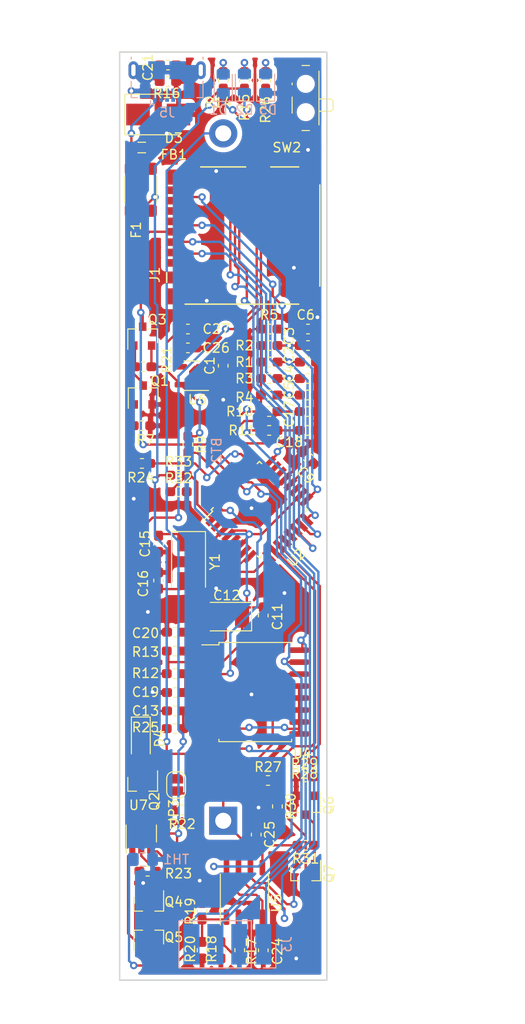
<source format=kicad_pcb>
(kicad_pcb (version 20211014) (generator pcbnew)
  (layers (0 "F.Cu" signal) (31 "B.Cu" signal) (34 "B.Paste" user) (35 "F.Paste" user) (36 "B.SilkS" user "B.Silkscreen") (37 "F.SilkS" user "F.Silkscreen") (38 "B.Mask" user) (39 "F.Mask" user) (44 "Edge.Cuts" user))
  (net 0 "")
  (net 1 "Log_supply")
  (net 2 "MISO")
  (net 3 "SCK")
  (net 4 "MOSI")
  (net 5 "CS_0")
  (net 6 "Net-(C9-Pad1)")
  (net 7 "+3V3")
  (net 8 "SCL")
  (net 9 "SDA")
  (net 10 "~{INT}\\SQW")
  (net 11 "32kHz")
  (net 12 "Net-(C21-Pad1)")
  (net 13 "+USB")
  (net 14 "+VBus")
  (net 15 "Net-(C26-Pad1)")
  (net 16 "Net-(D1-Pad2)")
  (net 17 "Net-(D1-Pad1)")
  (net 18 "Net-(D2-Pad1)")
  (net 19 "Net-(D2-Pad2)")
  (net 20 "Net-(D3-Pad1)")
  (net 21 "Net-(F1-Pad2)")
  (net 22 "Net-(J1-Pad8)")
  (net 23 "Net-(J1-Pad1)")
  (net 24 "~{RESET}")
  (net 25 "Net-(Q1-Pad3)")
  (net 26 "Net-(Q1-Pad1)")
  (net 27 "Net-(Q4-Pad3)")
  (net 28 "Net-(Q4-Pad1)")
  (net 29 "Net-(Q5-Pad1)")
  (net 30 "Net-(R6-Pad1)")
  (net 31 "Net-(R8-Pad2)")
  (net 32 "Net-(R17-Pad2)")
  (net 33 "Net-(R17-Pad1)")
  (net 34 "Net-(R19-Pad2)")
  (net 35 "Net-(R22-Pad1)")
  (net 36 "Net-(R23-Pad2)")
  (net 37 "Log_supply_control")
  (net 38 "Net-(U2-Pad12)")
  (net 39 "Net-(U2-Pad13)")
  (net 40 "Net-(U2-Pad19)")
  (net 41 "Net-(U2-Pad22)")
  (net 42 "Net-(U2-Pad23)")
  (net 43 "Net-(U4-Pad4)")
  (net 44 "Net-(U7-Pad4)")
  (net 45 "Net-(J5-Pad2)")
  (net 46 "Net-(J5-Pad3)")
  (net 47 "Net-(J5-Pad4)")
  (net 48 "GND")
  (net 49 "/Y+")
  (net 50 "/Y-")
  (net 51 "/uSD_Shield")
  (net 52 "Net-(D5-Pad2)")
  (net 53 "Net-(R26-Pad1)")
  (net 54 "+18650")
  (net 55 "Net-(SW2-Pad3)")
  (net 56 "-18650")
  (net 57 "Net-(C1-Pad2)")
  (net 58 "Net-(Q6-Pad1)")
  (net 59 "Net-(Q6-Pad3)")
  (net 60 "Net-(Q7-Pad3)")
  (net 61 "BatSense")
  (net 62 "BatSense_Control")
  (net 63 "Charging_Interrupt")
  (net 64 "Net-(U2-Pad26)")
  (net 65 "Net-(U2-Pad2)")
  (footprint "Capacitor_Tantalum_SMD:CP_EIA-3528-21_Kemet-B_Pad1.50x2.35mm_HandSolder" (layer "F.Cu") (at 134.875 100.75 180)
    (fp_text reference "C12")
    (fp_text value "4.7u")
  )
  (footprint "Package_TO_SOT_SMD:SOT-23" (layer "F.Cu") (at 125.95 118.5 -90)
    (fp_text reference "Q2")
    (fp_text value "AO3401A")
  )
  (footprint "Package_QFP:TQFP-32_7x7mm_P0.8mm" (layer "F.Cu") (at 138.34099 89.419417 45)
    (fp_text reference "U2")
    (fp_text value "ATmega328P-A")
  )
  (footprint "Package_SO:SOIC-16W_7.5x10.3mm_P1.27mm" (layer "F.Cu") (at 137.9 108.75)
    (fp_text reference "U4")
    (fp_text value "DS3231")
  )
  (footprint "Crystal:Crystal_SMD_Abracon_ABM3-2Pin_5.0x3.2mm" (layer "F.Cu") (at 130.8158 94.929229 -90)
    (fp_text reference "Y1")
    (fp_text value "8M")
  )
  (footprint "Capacitor_SMD:C_0603_1608Metric_Pad1.08x0.95mm_HandSolder" (layer "F.Cu") (at 143.5 83.89012 135)
    (fp_text reference "C9")
    (fp_text value "100n")
  )
  (footprint "Capacitor_SMD:C_0603_1608Metric_Pad1.08x0.95mm_HandSolder" (layer "F.Cu") (at 138.75 100.6375 90)
    (fp_text reference "C11")
    (fp_text value "100n")
  )
  (footprint "Capacitor_SMD:C_0603_1608Metric_Pad1.08x0.95mm_HandSolder" (layer "F.Cu") (at 129.3875 110.75)
    (fp_text reference "C13")
    (fp_text value "100n")
  )
  (footprint "Capacitor_SMD:C_0603_1608Metric_Pad1.08x0.95mm_HandSolder" (layer "F.Cu") (at 127.633819 93.034623 90)
    (fp_text reference "C15")
    (fp_text value "12p")
  )
  (footprint "Capacitor_SMD:C_0603_1608Metric_Pad1.08x0.95mm_HandSolder" (layer "F.Cu") (at 127.633819 96.92371 -90)
    (fp_text reference "C16")
    (fp_text value "12p")
  )
  (footprint "Capacitor_SMD:C_0603_1608Metric_Pad1.08x0.95mm_HandSolder" (layer "F.Cu") (at 143.5 79 180)
    (fp_text reference "C17")
    (fp_text value "12p")
  )
  (footprint "Capacitor_SMD:C_0603_1608Metric_Pad1.08x0.95mm_HandSolder" (layer "F.Cu") (at 143.5 81)
    (fp_text reference "C18")
    (fp_text value "12p")
  )
  (footprint "Capacitor_SMD:C_0603_1608Metric_Pad1.08x0.95mm_HandSolder" (layer "F.Cu") (at 129.3875 108.8)
    (fp_text reference "C19")
    (fp_text value "12p")
  )
  (footprint "Resistor_SMD:R_0603_1608Metric_Pad1.05x0.95mm_HandSolder" (layer "F.Cu") (at 130.75 82.5 -90)
    (fp_text reference "R9")
    (fp_text value "100k")
  )
  (footprint "Resistor_SMD:R_0603_1608Metric_Pad1.05x0.95mm_HandSolder" (layer "F.Cu") (at 139.375 79)
    (fp_text reference "R10")
    (fp_text value "3.3k")
  )
  (footprint "Resistor_SMD:R_0603_1608Metric_Pad1.05x0.95mm_HandSolder" (layer "F.Cu") (at 139.375 81)
    (fp_text reference "R11")
    (fp_text value "3.3k")
  )
  (footprint "Resistor_SMD:R_0603_1608Metric_Pad1.05x0.95mm_HandSolder" (layer "F.Cu") (at 129.375 106.8 180)
    (fp_text reference "R12")
    (fp_text value "3.3k")
  )
  (footprint "Resistor_SMD:R_0603_1608Metric_Pad1.05x0.95mm_HandSolder" (layer "F.Cu") (at 129.375 104.4)
    (fp_text reference "R13")
    (fp_text value "3.3k")
  )
  (footprint "Resistor_SMD:R_0603_1608Metric_Pad1.05x0.95mm_HandSolder" (layer "F.Cu") (at 125.875 84.5)
    (fp_text reference "R24")
    (fp_text value "1k")
  )
  (footprint "Resistor_SMD:R_0603_1608Metric_Pad1.05x0.95mm_HandSolder" (layer "F.Cu") (at 129.375 112.625 180)
    (fp_text reference "R25")
    (fp_text value "100k")
  )
  (footprint "Button_Switch_SMD:SW_SPDT_PCM12" (layer "F.Cu") (at 142.93 45.75 90)
    (fp_text reference "SW2")
    (fp_text value "SW_SPDT")
  )
  (footprint "Capacitor_SMD:C_0603_1608Metric_Pad1.08x0.95mm_HandSolder" (layer "F.Cu") (at 129.3875 102.4 180)
    (fp_text reference "C20")
    (fp_text value "12p")
  )
  (footprint "Resistor_SMD:R_0603_1608Metric_Pad1.05x0.95mm_HandSolder" (layer "F.Cu") (at 132.25 136.125 -90)
    (fp_text reference "R20")
    (fp_text value "82k")
  )
  (footprint "Resistor_SMD:R_0603_1608Metric_Pad1.05x0.95mm_HandSolder" (layer "F.Cu") (at 134.25 136.125 -90)
    (fp_text reference "R18")
    (fp_text value "330")
  )
  (footprint "Diode_SMD:D_SMB" (layer "F.Cu") (at 127.6 47.5)
    (fp_text reference "D3")
    (fp_text value "P6SMB6.8A")
  )
  (footprint "Resistor_SMD:R_0603_1608Metric_Pad1.05x0.95mm_HandSolder" (layer "F.Cu") (at 130.125 121.25)
    (fp_text reference "R22")
    (fp_text value "470")
  )
  (footprint "Resistor_SMD:R_0603_1608Metric_Pad1.05x0.95mm_HandSolder" (layer "F.Cu") (at 132.25 132 -90)
    (fp_text reference "R19")
    (fp_text value "4.7k")
  )
  (footprint "Resistor_SMD:R_0603_1608Metric_Pad1.05x0.95mm_HandSolder" (layer "F.Cu") (at 136.75 43.875 90)
    (fp_text reference "R15")
    (fp_text value "470")
  )
  (footprint "Capacitor_SMD:C_0603_1608Metric_Pad1.08x0.95mm_HandSolder" (layer "F.Cu") (at 138.75 136.1375 90)
    (fp_text reference "C24")
    (fp_text value "10u")
  )
  (footprint "Capacitor_SMD:C_0603_1608Metric_Pad1.08x0.95mm_HandSolder" (layer "F.Cu") (at 138 123.8625 -90)
    (fp_text reference "C25")
    (fp_text value "10u")
  )
  (footprint "Package_SO:SOP-8_3.9x4.9mm_P1.27mm" (layer "F.Cu") (at 136.75 130 90)
    (fp_text reference "U5")
    (fp_text value "TP4056")
  )
  (footprint "Package_TO_SOT_SMD:SOT-23-6_Handsoldering" (layer "F.Cu") (at 125.8 123.75 90)
    (fp_text reference "U7")
    (fp_text value "DW01-P")
  )
  (footprint "Inductor_SMD:L_0805_2012Metric_Pad1.05x1.20mm_HandSolder" (layer "F.Cu") (at 125.85 51)
    (fp_text reference "FB1")
    (fp_text value "CB05YTYH600-1")
  )
  (footprint "Resistor_SMD:R_1812_4532Metric_Pad1.30x3.40mm_HandSolder" (layer "F.Cu") (at 125.75 55.475 90)
    (fp_text reference "F1")
    (fp_text value "MF-MSMF050/30")
  )
  (footprint "Resistor_SMD:R_0603_1608Metric_Pad1.05x0.95mm_HandSolder" (layer "F.Cu") (at 139 43.875 90)
    (fp_text reference "R26")
    (fp_text value "330")
  )
  (footprint "Jumper:SolderJumper-2_P1.3mm_Open_RoundedPad1.0x1.5mm" (layer "F.Cu") (at 129.5 118.6 90)
    (fp_text reference "JP3")
    (fp_text value "SolderJumper")
  )
  (footprint "Resistor_SMD:R_0603_1608Metric_Pad1.05x0.95mm_HandSolder" (layer "F.Cu") (at 128.625 44)
    (fp_text reference "R16")
    (fp_text value "100k")
  )
  (footprint "Capacitor_SMD:C_0603_1608Metric_Pad1.08x0.95mm_HandSolder" (layer "F.Cu") (at 128.6375 42.25)
    (fp_text reference "C21")
    (fp_text value "1u")
  )
  (footprint "Resistor_SMD:R_0603_1608Metric_Pad1.05x0.95mm_HandSolder" (layer "F.Cu") (at 126 74.25 180)
    (fp_text reference "R21")
    (fp_text value "100k")
  )
  (footprint "Capacitor_SMD:C_0603_1608Metric_Pad1.08x0.95mm_HandSolder" (layer "F.Cu") (at 130.75 70.25)
    (fp_text reference "C27")
    (fp_text value "4.7u")
  )
  (footprint "Resistor_SMD:R_0603_1608Metric_Pad1.05x0.95mm_HandSolder" (layer "F.Cu") (at 125.875 80.5 180)
    (fp_text reference "R7")
    (fp_text value "100k")
  )
  (footprint "Capacitor_SMD:C_0603_1608Metric_Pad1.08x0.95mm_HandSolder" (layer "F.Cu") (at 130.75 72.25)
    (fp_text reference "C26")
    (fp_text value "10n")
  )
  (footprint "Package_TO_SOT_SMD:SOT-23-5" (layer "F.Cu") (at 131.1375 75.2 180)
    (fp_text reference "U6")
    (fp_text value "LP2985-3.3")
  )
  (footprint "Package_TO_SOT_SMD:SOT-23" (layer "F.Cu") (at 126 77.25 90)
    (fp_text reference "Q1")
    (fp_text value "AO3400A")
  )
  (footprint "Package_TO_SOT_SMD:SOT-23" (layer "F.Cu") (at 125.95 71 90)
    (fp_text reference "Q3")
    (fp_text value "AO3401A")
  )
  (footprint "Resistor_SMD:R_0603_1608Metric_Pad1.05x0.95mm_HandSolder" (layer "F.Cu") (at 134.5 43.875 90)
    (fp_text reference "R14")
    (fp_text value "470")
  )
  (footprint "Package_TO_SOT_SMD:SOT-23" (layer "F.Cu") (at 126.59 131.22 -90)
    (fp_text reference "Q4")
    (fp_text value "AO3400A")
  )
  (footprint "Package_TO_SOT_SMD:SOT-23" (layer "F.Cu") (at 126.59 134.76 90)
    (fp_text reference "Q5")
    (fp_text value "AO3400A")
  )
  (footprint "Resistor_SMD:R_0603_1608Metric_Pad1.05x0.95mm_HandSolder" (layer "F.Cu") (at 126.475 127.75)
    (fp_text reference "R23")
    (fp_text value "2K")
  )
  (footprint "IgorFootprints:molex-MicroSD-5027740891" (layer "F.Cu") (at 146.989706 60.25 -90)
    (fp_text reference "J1")
    (fp_text value "Micro_SD_Card")
  )
  (footprint "Resistor_SMD:R_0603_1608Metric_Pad1.05x0.95mm_HandSolder" (layer "F.Cu") (at 139.375 77.25 180)
    (fp_text reference "R4")
    (fp_text value "3.3k")
  )
  (footprint "Resistor_SMD:R_0603_1608Metric_Pad1.05x0.95mm_HandSolder" (layer "F.Cu") (at 139.3875 73.75 180)
    (fp_text reference "R1")
    (fp_text value "3.3k")
  )
  (footprint "Resistor_SMD:R_0603_1608Metric_Pad1.05x0.95mm_HandSolder" (layer "F.Cu") (at 139.375 75.5 180)
    (fp_text reference "R3")
    (fp_text value "3.3k")
  )
  (footprint "Resistor_SMD:R_0603_1608Metric_Pad1.05x0.95mm_HandSolder" (layer "F.Cu") (at 139.375 72 180)
    (fp_text reference "R2")
    (fp_text value "3.3k")
  )
  (footprint "Resistor_SMD:R_0603_1608Metric_Pad1.05x0.95mm_HandSolder" (layer "F.Cu") (at 139.375 70.25 180)
    (fp_text reference "R5")
    (fp_text value "100k")
  )
  (footprint "Capacitor_SMD:C_0603_1608Metric_Pad1.08x0.95mm_HandSolder" (layer "F.Cu") (at 143.5 70.25 180)
    (fp_text reference "C6")
    (fp_text value "1u")
  )
  (footprint "Capacitor_SMD:C_0603_1608Metric_Pad1.08x0.95mm_HandSolder" (layer "F.Cu") (at 143.5 73.75 180)
    (fp_text reference "C2")
    (fp_text value "12p")
  )
  (footprint "Capacitor_SMD:C_0603_1608Metric_Pad1.08x0.95mm_HandSolder" (layer "F.Cu") (at 143.5 72 180)
    (fp_text reference "C3")
    (fp_text value "12p")
  )
  (footprint "Capacitor_SMD:C_0603_1608Metric_Pad1.08x0.95mm_HandSolder" (layer "F.Cu") (at 143.5 77.25 180)
    (fp_text reference "C5")
    (fp_text value "12p")
  )
  (footprint "Capacitor_SMD:C_0603_1608Metric_Pad1.08x0.95mm_HandSolder" (layer "F.Cu") (at 143.5 75.5 180)
    (fp_text reference "C4")
    (fp_text value "12p")
  )
  (footprint "Resistor_SMD:R_0603_1608Metric_Pad1.05x0.95mm_HandSolder" (layer "F.Cu") (at 136.25 136.125 -90)
    (fp_text reference "R17")
    (fp_text value "2,2k")
  )
  (footprint "Package_TO_SOT_SMD:SOT-23" (layer "F.Cu") (at 143.2 120.75 -90)
    (fp_text reference "Q6")
    (fp_text value "AO3400A")
  )
  (footprint "Package_TO_SOT_SMD:SOT-23" (layer "F.Cu") (at 143.25 128 -90)
    (fp_text reference "Q7")
    (fp_text value "AO3401A")
  )
  (footprint "Resistor_SMD:R_0603_1608Metric_Pad1.05x0.95mm_HandSolder" (layer "F.Cu") (at 139.25 118.125)
    (fp_text reference "R27")
    (fp_text value "4.7k")
  )
  (footprint "Resistor_SMD:R_0603_1608Metric_Pad1.05x0.95mm_HandSolder" (layer "F.Cu") (at 143.125 116 180)
    (fp_text reference "R28")
    (fp_text value "1k")
  )
  (footprint "Resistor_SMD:R_0603_1608Metric_Pad1.05x0.95mm_HandSolder" (layer "F.Cu") (at 143.125 117.75)
    (fp_text reference "R29")
    (fp_text value "100k")
  )
  (footprint "Resistor_SMD:R_0603_1608Metric_Pad1.05x0.95mm_HandSolder" (layer "F.Cu") (at 140.25 120.875 -90)
    (fp_text reference "R30")
    (fp_text value "4.7k")
  )
  (footprint "Resistor_SMD:R_0603_1608Metric_Pad1.05x0.95mm_HandSolder" (layer "F.Cu") (at 143.25 125 180)
    (fp_text reference "R31")
    (fp_text value "100k")
  )
  (footprint "Resistor_SMD:R_0603_1608Metric_Pad1.05x0.95mm_HandSolder" (layer "F.Cu") (at 129.75 87.5)
    (fp_text reference "R32")
    (fp_text value "6.8k")
  )
  (footprint "Resistor_SMD:R_0603_1608Metric_Pad1.05x0.95mm_HandSolder" (layer "F.Cu") (at 129.75 85.75)
    (fp_text reference "R33")
    (fp_text value "4.7k")
  )
  (footprint "Capacitor_SMD:C_0603_1608Metric_Pad1.08x0.95mm_HandSolder" (layer "F.Cu") (at 134.5 74.1375 90)
    (fp_text reference "C1")
    (fp_text value "1u")
  )
  (footprint "Diode_SMD:D_SOD-123" (layer "F.Cu") (at 125.75 113.65 -90)
    (fp_text reference "D4")
    (fp_text value "MBR0530")
  )
  (footprint "Resistor_SMD:R_0805_2012Metric_Pad1.15x1.40mm_HandSolder" (layer "B.Cu") (at 125.975 126.5 180)
    (fp_text reference "TH1")
    (fp_text value "10k NTC")
  )
  (footprint "LED_SMD:LED_0805_2012Metric_Pad1.15x1.40mm_HandSolder" (layer "B.Cu") (at 134.5 44.25 90)
    (fp_text reference "D1")
    (fp_text value "LED")
  )
  (footprint "LED_SMD:LED_0805_2012Metric_Pad1.15x1.40mm_HandSolder" (layer "B.Cu") (at 136.75 44.225 90)
    (fp_text reference "D2")
    (fp_text value "LED")
  )
  (footprint "LED_SMD:LED_0805_2012Metric_Pad1.15x1.40mm_HandSolder" (layer "B.Cu") (at 139 44.225 90)
    (fp_text reference "D5")
    (fp_text value "LED")
  )
  (footprint "Connector_USB:USB_Micro-B_GCT_USB3076-30-A" (layer "B.Cu") (at 128.54 44)
    (fp_text reference "J5")
    (fp_text value "USB_B_Mini")
  )
  (footprint "IgorFootprints:18650holder" (layer "B.Cu") (at 134.5 122.4 90)
    (fp_text reference "BT2")
    (fp_text value "18650 Li-Ion (4.3-2.7V)")
  )
  (footprint "IgorFootprints:my_i2c_smd" (layer "B.Cu") (at 138.75 135.5 90)
    (fp_text reference "J3")
    (fp_text value "External_I2C_0")
  )
  (gr_line (start 123.5 139.3) (end 123.5 40.875) (layer "Edge.Cuts") (width 0.15))
  (gr_line (start 145.5 40.875) (end 145.5 139.3) (layer "Edge.Cuts") (width 0.15))
  (gr_line (start 145.5 139.3) (end 123.5 139.3) (layer "Edge.Cuts") (width 0.15))
  (gr_line (start 123.5 40.875) (end 145.5 40.875) (layer "Edge.Cuts") (width 0.15))
  (segment (start 138.5 77.25) (end 138.5 76.5) (width 0.25) (layer "F.Cu") (net 1))
  (segment (start 138.5 74.25) (end 138.5 76.5) (width 0.25) (layer "F.Cu") (net 1))
  (segment (start 138.5125 74.2375) (end 138.5 74.25) (width 0.25) (layer "F.Cu") (net 1))
  (segment (start 138.5125 72) (end 138.5125 74.2375) (width 0.25) (layer "F.Cu") (net 1))
  (segment (start 125.75 68.5) (end 125.75 60.8658) (width 0.25) (layer "F.Cu") (net 1))
  (segment (start 125.95 70) (end 125.95 68.7) (width 0.25) (layer "F.Cu") (net 1))
  (segment (start 138.5 78) (end 138.5 77.25) (width 0.25) (layer "F.Cu") (net 1))
  (segment (start 129.2387 59.9329) (end 126.6829 59.9329) (width 0.25) (layer "F.Cu") (net 1))
  (segment (start 137 78.75) (end 133.25 82.5) (width 0.25) (layer "F.Cu") (net 1))
  (segment (start 129.5 59.95) (end 128.4118 59.95) (width 0.25) (layer "F.Cu") (net 1))
  (segment (start 138.5 81) (end 137.25 81) (width 0.25) (layer "F.Cu") (net 1))
  (segment (start 137.25 81) (end 137 81.25) (width 0.25) (layer "F.Cu") (net 1))
  (segment (start 138.5 79) (end 138.5 78) (width 0.25) (layer "F.Cu") (net 1))
  (segment (start 125.95 68.7) (end 125.75 68.5) (width 0.25) (layer "F.Cu") (net 1))
  (segment (start 137.25 79) (end 137 78.75) (width 0.25) (layer "F.Cu") (net 1))
  (segment (start 138.5 79) (end 137.25 79) (width 0.25) (layer "F.Cu") (net 1))
  (segment (start 125.75 60.8658) (end 126.6829 59.9329) (width 0.25) (layer "F.Cu") (net 1))
  (segment (start 133.25 82.5) (end 132.25 82.5) (width 0.25) (layer "F.Cu") (net 1))
  (segment (start 126 82.5) (end 132.25 82.5) (width 0.25) (layer "F.Cu") (net 1))
  (via (at 137 78.75) (size 0.8) (drill 0.4) (layers "F.Cu" "B.Cu") (net 1))
  (via (at 126 82.5) (size 0.8) (drill 0.4) (layers "F.Cu" "B.Cu") (net 1))
  (via (at 125.75 68.5) (size 0.8) (drill 0.4) (layers "F.Cu" "B.Cu") (net 1))
  (via (at 137 81.25) (size 0.8) (drill 0.4) (layers "F.Cu" "B.Cu") (net 1))
  (segment (start 141.09998 93.69998) (end 141.099982 93.699982) (width 0.25) (layer "B.Cu") (net 1))
  (segment (start 125.75 82.25) (end 126 82.5) (width 0.25) (layer "B.Cu") (net 1))
  (segment (start 137 81.5) (end 141.09998 85.59998) (width 0.25) (layer "B.Cu") (net 1))
  (segment (start 139.05 129.2) (end 139.05 136.46) (width 0.25) (layer "B.Cu") (net 1))
  (segment (start 143.69998 124.55002) (end 139.05 129.2) (width 0.25) (layer "B.Cu") (net 1))
  (segment (start 141.099982 93.699982) (end 141.099982 93.772802) (width 0.25) (layer "B.Cu") (net 1))
  (segment (start 141.099982 93.772802) (end 143.69998 96.3728) (width 0.25) (layer "B.Cu") (net 1))
  (segment (start 137 81.25) (end 137 78.75) (width 0.25) (layer "B.Cu") (net 1))
  (segment (start 125.75 68.5) (end 125.75 82.25) (width 0.25) (layer "B.Cu") (net 1))
  (segment (start 143.69998 96.3728) (end 143.69998 124.55002) (width 0.25) (layer "B.Cu") (net 1))
  (segment (start 141.09998 85.59998) (end 141.09998 93.69998) (width 0.25) (layer "B.Cu") (net 1))
  (segment (start 137 81.25) (end 137 81.5) (width 0.25) (layer "B.Cu") (net 1))
  (segment (start 139.05 136.46) (end 138.75 136.76) (width 0.25) (layer "B.Cu") (net 1))
  (segment (start 141.5 73.75) (end 140.25 73.75) (width 0.25) (layer "F.Cu") (net 2))
  (segment (start 142.75 73.75) (end 141.5 73.75) (width 0.25) (layer "F.Cu") (net 2))
  (segment (start 129.6 56.75) (end 129.5 56.65) (width 0.25) (layer "F.Cu") (net 2))
  (segment (start 130.95 56.25) (end 130.55 56.65) (width 0.25) (layer "F.Cu") (net 2))
  (segment (start 129.65 56.5) (end 129.5 56.65) (width 0.25) (layer "F.Cu") (net 2))
  (segment (start 132.25 56.25) (end 130.95 56.25) (width 0.25) (layer "F.Cu") (net 2))
  (segment (start 144.25 90) (end 143.770815 90) (width 0.25) (layer "F.Cu") (net 2))
  (segment (start 143.326093 90.444722) (end 143.326093 90.588657) (width 0.25) (layer "F.Cu") (net 2))
  (segment (start 143.770815 90) (end 143.326093 90.444722) (width 0.25) (layer "F.Cu") (net 2))
  (segment (start 130.55 56.65) (end 129.5 56.65) (width 0.25) (layer "F.Cu") (net 2))
  (via (at 144.25 90) (size 0.8) (drill 0.4) (layers "F.Cu" "B.Cu") (net 2))
  (via (at 141.5 73.75) (size 0.8) (drill 0.4) (layers "F.Cu" "B.Cu") (net 2))
  (via (at 132.25 56.25) (size 0.8) (drill 0.4) (layers "F.Cu" "B.Cu") (net 2))
  (segment (start 140.5 65) (end 140.5 65.176998) (width 0.25) (layer "B.Cu") (net 2))
  (segment (start 140 72.25) (end 143.45001 75.70001) (width 0.25) (layer "B.Cu") (net 2))
  (segment (start 132.25 56.75) (end 140.5 65) (width 0.25) (layer "B.Cu") (net 2))
  (segment (start 140.5 65.5) (end 140.5 65.176998) (width 0.25) (layer "B.Cu") (net 2))
  (segment (start 140.5 66.5) (end 140 67) (width 0.25) (layer "B.Cu") (net 2))
  (segment (start 132.25 56.25) (end 132.25 56.75) (width 0.25) (layer "B.Cu") (net 2))
  (segment (start 143.45001 89.20001) (end 144.25 90) (width 0.25) (layer "B.Cu") (net 2))
  (segment (start 140.5 66.5) (end 140.5 65.176998) (width 0.25) (layer "B.Cu") (net 2))
  (segment (start 140.5 65.5) (end 140.5 66.5) (width 0.25) (layer "B.Cu") (net 2))
  (segment (start 143.45001 75.70001) (end 143.45001 89.20001) (width 0.25) (layer "B.Cu") (net 2))
  (segment (start 140 67) (end 140 72.25) (width 0.25) (layer "B.Cu") (net 2))
  (segment (start 141.5 72) (end 140.25 72) (width 0.25) (layer "F.Cu") (net 3))
  (segment (start 142.75 72) (end 141.5 72) (width 0.25) (layer "F.Cu") (net 3))
  (segment (start 129.6 58.75) (end 129.5 58.85) (width 0.25) (layer "F.Cu") (net 3))
  (segment (start 139.75 66.75) (end 139.75 66.5) (width 0.25) (layer "F.Cu") (net 3))
  (segment (start 130.85 59.25) (end 130.45 58.85) (width 0.25) (layer "F.Cu") (net 3))
  (segment (start 132.25 59.25) (end 130.85 59.25) (width 0.25) (layer "F.Cu") (net 3))
  (segment (start 129.65 59) (end 129.5 58.85) (width 0.25) (layer "F.Cu") (net 3))
  (segment (start 143.326093 88.394112) (end 143.355888 88.394112) (width 0.25) (layer "F.Cu") (net 3))
  (segment (start 140.75 67.75) (end 139.75 66.75) (width 0.25) (layer "F.Cu") (net 3))
  (segment (start 130.45 58.85) (end 129.5 58.85) (width 0.25) (layer "F.Cu") (net 3))
  (segment (start 139.75 66.5) (end 139.75 66) (width 0.25) (layer "F.Cu") (net 3))
  (segment (start 143.326093 88.394112) (end 143.326093 88.423907) (width 0.25) (layer "F.Cu") (net 3))
  (segment (start 143.355888 88.394112) (end 144.5 87.25) (width 0.25) (layer "F.Cu") (net 3))
  (segment (start 139.75 66) (end 139.75 65.5) (width 0.25) (layer "F.Cu") (net 3))
  (via (at 144.5 87.25) (size 0.8) (drill 0.4) (layers "F.Cu" "B.Cu") (net 3))
  (via (at 141.5 72) (size 0.8) (drill 0.4) (layers "F.Cu" "B.Cu") (net 3))
  (via (at 132.25 59.25) (size 0.8) (drill 0.4) (layers "F.Cu" "B.Cu") (net 3))
  (via (at 139.75 65.5) (size 0.8) (drill 0.4) (layers "F.Cu" "B.Cu") (net 3))
  (via (at 140.75 67.75) (size 0.8) (drill 0.4) (layers "F.Cu" "B.Cu") (net 3))
  (segment (start 141.25 71.75) (end 141.5 72) (width 0.25) (layer "B.Cu") (net 3))
  (segment (start 141 71.5) (end 141.5 72) (width 0.25) (layer "B.Cu") (net 3))
  (segment (start 140.75 67.75) (end 140.75 71.25) (width 0.25) (layer "B.Cu") (net 3))
  (segment (start 133 59.25) (end 132.25 59.25) (width 0.25) (layer "B.Cu") (net 3))
  (segment (start 133.5 59.25) (end 133 59.25) (width 0.25) (layer "B.Cu") (net 3))
  (segment (start 139.75 65.5) (end 133.5 59.25) (width 0.25) (layer "B.Cu") (net 3))
  (segment (start 143.950009 86.700009) (end 143.950009 74.450009) (width 0.25) (layer "B.Cu") (net 3))
  (segment (start 143.75 74.25) (end 141.5 72) (width 0.25) (layer "B.Cu") (net 3))
  (segment (start 143.950009 74.450009) (end 143.75 74.25) (width 0.25) (layer "B.Cu") (net 3))
  (segment (start 141 71.5) (end 140.75 71.25) (width 0.25) (layer "B.Cu") (net 3))
  (segment (start 144.5 87.25) (end 143.950009 86.700009) (width 0.25) (layer "B.Cu") (net 3))
  (segment (start 141.5 75.5) (end 140.225 75.5) (width 0.25) (layer "F.Cu") (net 4))
  (segment (start 142.75 75.5) (end 141.5 75.5) (width 0.25) (layer "F.Cu") (net 4))
  (segment (start 129.55 61) (end 129.5 61.05) (width 0.25) (layer "F.Cu") (net 4))
  (segment (start 143.75 92) (end 144.5 92) (width 0.25) (layer "F.Cu") (net 4))
  (segment (start 142.760407 91.010407) (end 143.5 91.75) (width 0.25) (layer "F.Cu") (net 4))
  (segment (start 131.5 61) (end 129.55 61) (width 0.25) (layer "F.Cu") (net 4))
  (segment (start 142.760407 91.010407) (end 142.760407 91.260407) (width 0.25) (layer "F.Cu") (net 4))
  (segment (start 143.5 91.75) (end 143.75 92) (width 0.25) (layer "F.Cu") (net 4))
  (via (at 141.5 75.5) (size 0.8) (drill 0.4) (layers "F.Cu" "B.Cu") (net 4))
  (via (at 144.5 92) (size 0.8) (drill 0.4) (layers "F.Cu" "B.Cu") (net 4))
  (via (at 131.25 61) (size 0.8) (drill 0.4) (layers "F.Cu" "B.Cu") (net 4))
  (segment (start 144.5 92) (end 143 90.5) (width 0.25) (layer "B.Cu") (net 4))
  (segment (start 143 80) (end 143 77) (width 0.25) (layer "B.Cu") (net 4))
  (segment (start 143 90.5) (end 143 80) (width 0.25) (layer "B.Cu") (net 4))
  (segment (start 131.5 61) (end 134.176998 61) (width 0.25) (layer "B.Cu") (net 4))
  (segment (start 134.176998 61) (end 139.5 66.323002) (width 0.25) (layer "B.Cu") (net 4))
  (segment (start 139.5 73.5) (end 139.625 73.625) (width 0.25) (layer "B.Cu") (net 4))
  (segment (start 141.5 75.5) (end 143 77) (width 0.25) (layer "B.Cu") (net 4))
  (segment (start 139.625 73.625) (end 141.75 75.75) (width 0.25) (layer "B.Cu") (net 4))
  (segment (start 139.5 66.323002) (end 139.5 73.5) (width 0.25) (layer "B.Cu") (net 4))
  (segment (start 141.5 77.25) (end 140.225 77.25) (width 0.25) (layer "F.Cu") (net 5))
  (segment (start 142.75 77.25) (end 141.5 77.25) (width 0.25) (layer "F.Cu") (net 5))
  (segment (start 129.5 62.15) (end 130.65 62.15) (width 0.25) (layer "F.Cu") (net 5))
  (segment (start 132.25 62.25) (end 131 62.25) (width 0.25) (layer "F.Cu") (net 5))
  (segment (start 130.65 62.15) (end 130.75 62.25) (width 0.25) (layer "F.Cu") (net 5))
  (segment (start 129.6 62.25) (end 129.5 62.15) (width 0.25) (layer "F.Cu") (net 5))
  (segment (start 130.75 62.25) (end 131 62.25) (width 0.25) (layer "F.Cu") (net 5))
  (segment (start 143.75 93.25) (end 144 93.5) (width 0.25) (layer "F.Cu") (net 5))
  (segment (start 142.194722 91.576093) (end 143.75 93.131371) (width 0.25) (layer "F.Cu") (net 5))
  (segment (start 143.75 93.131371) (end 143.75 93.25) (width 0.25) (layer "F.Cu") (net 5))
  (via (at 141.5 77.25) (size 0.8) (drill 0.4) (layers "F.Cu" "B.Cu") (net 5))
  (via (at 132.25 62.25) (size 0.8) (drill 0.4) (layers "F.Cu" "B.Cu") (net 5))
  (via (at 144 93.5) (size 0.8) (drill 0.4) (layers "F.Cu" "B.Cu") (net 5))
  (segment (start 139.04999 66.509402) (end 139.04999 74.79999) (width 0.25) (layer "B.Cu") (net 5))
  (segment (start 142.54999 78.29999) (end 141.5 77.25) (width 0.25) (layer "B.Cu") (net 5))
  (segment (start 134.790588 62.25) (end 139.04999 66.509402) (width 0.25) (layer "B.Cu") (net 5))
  (segment (start 139.25 75) (end 141.5 77.25) (width 0.25) (layer "B.Cu") (net 5))
  (segment (start 132.25 62.25) (end 134.790588 62.25) (width 0.25) (layer "B.Cu") (net 5))
  (segment (start 142.54999 81.79999) (end 142.54999 78.29999) (width 0.25) (layer "B.Cu") (net 5))
  (segment (start 142.54999 92.04999) (end 142.54999 81.79999) (width 0.25) (layer "B.Cu") (net 5))
  (segment (start 139.04999 74.79999) (end 139.25 75) (width 0.25) (layer "B.Cu") (net 5))
  (segment (start 144 93.5) (end 142.54999 92.04999) (width 0.25) (layer "B.Cu") (net 5))
  (segment (start 143.75 84.25) (end 143.75 84.576093) (width 0.25) (layer "F.Cu") (net 6))
  (segment (start 143.75 84.576093) (end 141.629037 86.697056) (width 0.25) (layer "F.Cu") (net 6))
  (segment (start 128.5 73.25) (end 128.5 74.25) (width 0.25) (layer "F.Cu") (net 7))
  (segment (start 126.875 74.25) (end 128.5 74.25) (width 0.25) (layer "F.Cu") (net 7))
  (segment (start 126.875 74.25) (end 126.875 73.125) (width 0.25) (layer "F.Cu") (net 7))
  (segment (start 126.875 73.125) (end 126.875 72.025) (width 0.25) (layer "F.Cu") (net 7))
  (segment (start 126.875 72.025) (end 126.9 72) (width 0.25) (layer "F.Cu") (net 7))
  (segment (start 125.25 108) (end 126.45 106.8) (width 0.25) (layer "F.Cu") (net 7))
  (segment (start 128.675 105.575) (end 128.675 106.625) (width 0.25) (layer "F.Cu") (net 7))
  (segment (start 128.5 74.65) (end 128.5 74.5) (width 0.25) (layer "F.Cu") (net 7))
  (segment (start 132 78) (end 131.85 78) (width 0.25) (layer "F.Cu") (net 7))
  (segment (start 128.5 74.25) (end 128.5 74.5) (width 0.25) (layer "F.Cu") (net 7))
  (segment (start 134.425 105.575) (end 136.5 103.5) (width 0.25) (layer "F.Cu") (net 7))
  (segment (start 136.5 103.5) (end 136.5 100.75) (width 0.25) (layer "F.Cu") (net 7))
  (segment (start 128.5 71.7) (end 128.5 72.5) (width 0.25) (layer "F.Cu") (net 7))
  (segment (start 125.25 109.5) (end 125.25 108) (width 0.25) (layer "F.Cu") (net 7))
  (segment (start 137 98.25) (end 137 99.5) (width 0.25) (layer "F.Cu") (net 7))
  (segment (start 129.8875 70.25) (end 129.8875 70.3125) (width 0.25) (layer "F.Cu") (net 7))
  (segment (start 137 100.25) (end 136.5 100.75) (width 0.25) (layer "F.Cu") (net 7))
  (segment (start 137.25 92) (end 136.872314 91.622314) (width 0.25) (layer "F.Cu") (net 7))
  (segment (start 128.675 105.575) (end 128.675 104.575) (width 0.25) (layer "F.Cu") (net 7))
  (segment (start 135.572407 91.622314) (end 135.052943 92.141778) (width 0.25) (layer "F.Cu") (net 7))
  (segment (start 137.25 92.207463) (end 136.184314 93.273149) (width 0.25) (layer "F.Cu") (net 7))
  (segment (start 138.588834 92) (end 141.838834 88.75) (width 0.25) (layer "F.Cu") (net 7))
  (segment (start 131.625 81.625) (end 132 81.25) (width 0.25) (layer "F.Cu") (net 7))
  (segment (start 137.275 99.775) (end 137 99.5) (width 0.25) (layer "F.Cu") (net 7))
  (segment (start 131.5 77.65) (end 130 76.15) (width 0.25) (layer "F.Cu") (net 7))
  (segment (start 128.525 110.75) (end 126.5 110.75) (width 0.25) (layer "F.Cu") (net 7))
  (segment (start 136.872314 91.622314) (end 135.572407 91.622314) (width 0.25) (layer "F.Cu") (net 7))
  (segment (start 130.75 81.625) (end 131.625 81.625) (width 0.25) (layer "F.Cu") (net 7))
  (segment (start 133.6 105.575) (end 128.675 105.575) (width 0.25) (layer "F.Cu") (net 7))
  (segment (start 126.45 106.8) (end 128.5 106.8) (width 0.25) (layer "F.Cu") (net 7))
  (segment (start 133.25 105.575) (end 134.425 105.575) (width 0.25) (layer "F.Cu") (net 7))
  (segment (start 131.85 78) (end 131.5 77.65) (width 0.25) (layer "F.Cu") (net 7))
  (segment (start 138.75 99.775) (end 138.75 99.35) (width 0.25) (layer "F.Cu") (net 7))
  (segment (start 136.184314 93.273149) (end 136.703779 92.753684) (width 0.25) (layer "F.Cu") (net 7))
  (segment (start 129.8875 70.3125) (end 128.5 71.7) (width 0.25) (layer "F.Cu") (net 7))
  (segment (start 137 99.5) (end 137 100.25) (width 0.25) (layer "F.Cu") (net 7))
  (segment (start 138.75 99.775) (end 137.275 99.775) (width 0.25) (layer "F.Cu") (net 7))
  (segment (start 137.25 92) (end 137.25 92.207463) (width 0.25) (layer "F.Cu") (net 7))
  (segment (start 130 76.15) (end 128.5 74.65) (width 0.25) (layer "F.Cu") (net 7))
  (segment (start 141.838834 88.75) (end 142.760407 87.828427) (width 0.25) (layer "F.Cu") (net 7))
  (segment (start 137.25 92) (end 138.588834 92) (width 0.25) (layer "F.Cu") (net 7))
  (segment (start 128.5 72.5) (end 128.5 73.25) (width 0.25) (layer "F.Cu") (net 7))
  (segment (start 126.5 110.75) (end 125.25 109.5) (width 0.25) (layer "F.Cu") (net 7))
  (via (at 137.25 92) (size 0.8) (drill 0.4) (layers "F.Cu" "B.Cu") (net 7))
  (via (at 132 78) (size 0.8) (drill 0.4) (layers "F.Cu" "B.Cu") (net 7))
  (via (at 132 81.25) (size 0.8) (drill 0.4) (layers "F.Cu" "B.Cu") (net 7))
  (via (at 137 98.25) (size 0.8) (drill 0.4) (layers "F.Cu" "B.Cu") (net 7))
  (segment (start 137 96.25) (end 137 92.25) (width 0.25) (layer "B.Cu") (net 7))
  (segment (start 131.5 85.5) (end 131.5 89.25) (width 0.25) (layer "B.Cu") (net 7))
  (segment (start 137 98.25) (end 137 96.25) (width 0.25) (layer "B.Cu") (net 7))
  (segment (start 132 85) (end 131.5 85.5) (width 0.25) (layer "B.Cu") (net 7))
  (segment (start 137 96.75) (end 137 96.25) (width 0.25) (layer "B.Cu") (net 7))
  (segment (start 134.25 92) (end 137.25 92) (width 0.25) (layer "B.Cu") (net 7))
  (segment (start 137 92.25) (end 137.25 92) (width 0.25) (layer "B.Cu") (net 7))
  (segment (start 132 81.25) (end 132 85) (width 0.25) (layer "B.Cu") (net 7))
  (segment (start 132 78) (end 132 81.25) (width 0.25) (layer "B.Cu") (net 7))
  (segment (start 131.5 89.25) (end 134.25 92) (width 0.25) (layer "B.Cu") (net 7))
  (segment (start 135.618629 86.13137) (end 133.5 84.012741) (width 0.25) (layer "F.Cu") (net 8))
  (segment (start 137 87.75) (end 137 87.5) (width 0.25) (layer "F.Cu") (net 8))
  (segment (start 140.25 79) (end 142.6375 79) (width 0.25) (layer "F.Cu") (net 8))
  (segment (start 139.5 80) (end 140.25 79.25) (width 0.25) (layer "F.Cu") (net 8))
  (segment (start 142.9 103.4) (end 142.75 103.25) (width 0.25) (layer "F.Cu") (net 8))
  (segment (start 142.9 104.305) (end 142.9 103.4) (width 0.25) (layer "F.Cu") (net 8))
  (segment (start 142.105 104.305) (end 142 104.2) (width 0.25) (layer "F.Cu") (net 8))
  (segment (start 140.25 79.25) (end 140.25 79) (width 0.25) (layer "F.Cu") (net 8))
  (segment (start 137 87.5) (end 135.63137 86.13137) (width 0.25) (layer "F.Cu") (net 8))
  (segment (start 135.63137 86.13137) (end 135.618629 86.13137) (width 0.25) (layer "F.Cu") (net 8))
  (segment (start 133.5 83.25) (end 136.75 80) (width 0.25) (layer "F.Cu") (net 8))
  (segment (start 136.75 80) (end 139.5 80) (width 0.25) (layer "F.Cu") (net 8))
  (segment (start 142.75 104.155) (end 142.9 104.305) (width 0.25) (layer "F.Cu") (net 8))
  (segment (start 133.5 84.012741) (end 133.5 83.25) (width 0.25) (layer "F.Cu") (net 8))
  (via (at 137 87.5) (size 0.8) (drill 0.4) (layers "F.Cu" "B.Cu") (net 8))
  (via (at 142.75 103.25) (size 0.8) (drill 0.4) (layers "F.Cu" "B.Cu") (net 8))
  (segment (start 143.24997 103.74997) (end 143.24997 104.74997) (width 0.25) (layer "B.Cu") (net 8))
  (segment (start 139 86.75) (end 140.64997 88.39997) (width 0.25) (layer "B.Cu") (net 8))
  (segment (start 137.75 86.75) (end 139 86.75) (width 0.25) (layer "B.Cu") (net 8))
  (segment (start 133.67 133.94359) (end 143.24997 124.36362) (width 0.25) (layer "B.Cu") (net 8))
  (segment (start 143.24997 124.36362) (end 143.24997 104.74997) (width 0.25) (layer "B.Cu") (net 8))
  (segment (start 140.64997 93.9592) (end 143.24997 96.5592) (width 0.25) (layer "B.Cu") (net 8))
  (segment (start 137 87.5) (end 137.75 86.75) (width 0.25) (layer "B.Cu") (net 8))
  (segment (start 143.24997 102.75003) (end 142.75 103.25) (width 0.25) (layer "B.Cu") (net 8))
  (segment (start 143.24997 96.5592) (end 143.24997 102.75003) (width 0.25) (layer "B.Cu") (net 8))
  (segment (start 142.75 103.25) (end 143.24997 103.74997) (width 0.25) (layer "B.Cu") (net 8))
  (segment (start 140.64997 88.39997) (end 140.64997 93.9592) (width 0.25) (layer "B.Cu") (net 8))
  (segment (start 133.67 135.5) (end 133.67 133.94359) (width 0.25) (layer "B.Cu") (net 8))
  (segment (start 135.5 84.881371) (end 136.184314 85.565685) (width 0.25) (layer "F.Cu") (net 9))
  (segment (start 134.25 83.25) (end 134.25 83.631371) (width 0.25) (layer "F.Cu") (net 9))
  (segment (start 136.184314 85.565685) (end 137.118629 86.5) (width 0.25) (layer "F.Cu") (net 9))
  (segment (start 135.125 82.375) (end 139.125 82.375) (width 0.25) (layer "F.Cu") (net 9))
  (segment (start 142.9 105.575) (end 141.075 105.575) (width 0.25) (layer "F.Cu") (net 9))
  (segment (start 134.25 83.631371) (end 135.5 84.881371) (width 0.25) (layer "F.Cu") (net 9))
  (segment (start 142.6375 81) (end 140.25 81) (width 0.25) (layer "F.Cu") (net 9))
  (segment (start 139.125 82.375) (end 139.25 82.25) (width 0.25) (layer "F.Cu") (net 9))
  (segment (start 134.875 82.625) (end 135.125 82.375) (width 0.25) (layer "F.Cu") (net 9))
  (segment (start 140.25 81.25) (end 139.25 82.25) (width 0.25) (layer "F.Cu") (net 9))
  (segment (start 140.25 81) (end 140.25 81.25) (width 0.25) (layer "F.Cu") (net 9))
  (segment (start 138.5 87.5) (end 137.5 86.5) (width 0.25) (layer "F.Cu") (net 9))
  (segment (start 137.118629 86.5) (end 137.5 86.5) (width 0.25) (layer "F.Cu") (net 9))
  (segment (start 138.5 87.75) (end 138.5 87.5) (width 0.25) (layer "F.Cu") (net 9))
  (segment (start 134.875 82.625) (end 134.25 83.25) (width 0.25) (layer "F.Cu") (net 9))
  (segment (start 141.075 105.575) (end 141 105.5) (width 0.25) (layer "F.Cu") (net 9))
  (via (at 141 105.5) (size 0.8) (drill 0.4) (layers "F.Cu" "B.Cu") (net 9))
  (via (at 138.5 87.75) (size 0.8) (drill 0.4) (layers "F.Cu" "B.Cu") (net 9))
  (segment (start 139.36359 87.75) (end 140.19996 88.58637) (width 0.25) (layer "B.Cu") (net 9))
  (segment (start 138.5 87.75) (end 139.36359 87.75) (width 0.25) (layer "B.Cu") (net 9))
  (segment (start 142.75 101.5) (end 141.5 102.75) (width 0.25) (layer "B.Cu") (net 9))
  (segment (start 131.13 133.03359) (end 131.13 136.76) (width 0.25) (layer "B.Cu") (net 9))
  (segment (start 140.199961 94.199961) (end 142.75 96.75) (width 0.25) (layer "B.Cu") (net 9))
  (segment (start 142.79996 124.17722) (end 134.72718 132.25) (width 0.25) (layer "B.Cu") (net 9))
  (segment (start 141.5 105) (end 141 105.5) (width 0.25) (layer "B.Cu") (net 9))
  (segment (start 141 105.5) (end 142.79996 107.29996) (width 0.25) (layer "B.Cu") (net 9))
  (segment (start 142.79996 107.45004) (end 142.79996 107.70004) (width 0.25) (layer "B.Cu") (net 9))
  (segment (start 134.72718 132.25) (end 131.91359 132.25) (width 0.25) (layer "B.Cu") (net 9))
  (segment (start 142.79996 107.29996) (end 142.79996 107.70004) (width 0.25) (layer "B.Cu") (net 9))
  (segment (start 141.5 102.75) (end 141.5 105) (width 0.25) (layer "B.Cu") (net 9))
  (segment (start 140.19996 88.58637) (end 140.199961 94.199961) (width 0.25) (layer "B.Cu") (net 9))
  (segment (start 131.91359 132.25) (end 131.13 133.03359) (width 0.25) (layer "B.Cu") (net 9))
  (segment (start 142.75 96.75) (end 142.75 101.5) (width 0.25) (layer "B.Cu") (net 9))
  (segment (start 142.79996 107.70004) (end 142.79996 124.17722) (width 0.25) (layer "B.Cu") (net 9))
  (segment (start 133.25 106.845) (end 130.295 106.845) (width 0.25) (layer "F.Cu") (net 10))
  (segment (start 135.237347 89.487347) (end 134.449122 89.487347) (width 0.25) (layer "F.Cu") (net 10))
  (segment (start 135.155 106.845) (end 135.25 106.75) (width 0.25) (layer "F.Cu") (net 10))
  (segment (start 134.449122 89.487347) (end 133.355887 88.394112) (width 0.25) (layer "F.Cu") (net 10))
  (segment (start 133.6 106.845) (end 130.655 106.845) (width 0.25) (layer "F.Cu") (net 10))
  (segment (start 133.25 106.845) (end 135.155 106.845) (width 0.25) (layer "F.Cu") (net 10))
  (segment (start 133.355887 88.394112) (end 133.355887 88.355887) (width 0.25) (layer "F.Cu") (net 10))
  (segment (start 130.475 108.75) (end 130.475 107.025) (width 0.25) (layer "F.Cu") (net 10))
  (segment (start 130.295 106.845) (end 130.25 106.8) (width 0.25) (layer "F.Cu") (net 10))
  (via (at 135.25 106.75) (size 0.8) (drill 0.4) (layers "F.Cu" "B.Cu") (net 10))
  (via (at 135.237347 89.487347) (size 0.8) (drill 0.4) (layers "F.Cu" "B.Cu") (net 10))
  (segment (start 138.5 91.5) (end 137.75 90.75) (width 0.25) (layer "B.Cu") (net 10))
  (segment (start 136.5 90.75) (end 135.237347 89.487347) (width 0.25) (layer "B.Cu") (net 10))
  (segment (start 137.75 90.75) (end 136.5 90.75) (width 0.25) (layer "B.Cu") (net 10))
  (segment (start 138.125 99.625) (end 138.125 92.875) (width 0.25) (layer "B.Cu") (net 10))
  (segment (start 135.25 102.5) (end 138.125 99.625) (width 0.25) (layer "B.Cu") (net 10))
  (segment (start 138.125 92.875) (end 138.5 92.5) (width 0.25) (layer "B.Cu") (net 10))
  (segment (start 135.25 106.75) (end 135.25 102.5) (width 0.25) (layer "B.Cu") (net 10))
  (segment (start 138.5 92.5) (end 138.5 91.5) (width 0.25) (layer "B.Cu") (net 10))
  (segment (start 134.760407 99.010407) (end 134.760407 103.144593) (width 0.25) (layer "F.Cu") (net 11))
  (segment (start 135.260407 98.510407) (end 135.260407 96.760407) (width 0.25) (layer "F.Cu") (net 11))
  (segment (start 138.135407 95.635407) (end 139.366295 94.40452) (width 0.25) (layer "F.Cu") (net 11))
  (segment (start 134.760407 99.010407) (end 135.260407 98.510407) (width 0.25) (layer "F.Cu") (net 11))
  (segment (start 135.510407 96.510407) (end 135.510407 96.489593) (width 0.25) (layer "F.Cu") (net 11))
  (segment (start 130.5 104.25) (end 130.5 102.5) (width 0.25) (layer "F.Cu") (net 11))
  (segment (start 134.760407 103.144593) (end 133.6 104.305) (width 0.25) (layer "F.Cu") (net 11))
  (segment (start 137.770814 96) (end 138.135407 95.635407) (width 0.25) (layer "F.Cu") (net 11))
  (segment (start 135.510407 96.489593) (end 136 96) (width 0.25) (layer "F.Cu") (net 11))
  (segment (start 139.366295 94.40452) (end 139.40452 94.40452) (width 0.25) (layer "F.Cu") (net 11))
  (segment (start 135.260407 96.760407) (end 135.510407 96.510407) (width 0.25) (layer "F.Cu") (net 11))
  (segment (start 133.6 104.305) (end 130.555 104.305) (width 0.25) (layer "F.Cu") (net 11))
  (segment (start 136 96) (end 137.770814 96) (width 0.25) (layer "F.Cu") (net 11))
  (segment (start 127.75 43.725) (end 127.75 42.25) (width 0.25) (layer "F.Cu") (net 12))
  (segment (start 125 43.015) (end 124.965 42.98) (width 0.25) (layer "F.Cu") (net 12))
  (segment (start 126.75 43.75) (end 126.25 44.25) (width 0.25) (layer "F.Cu") (net 12))
  (segment (start 125.5 45) (end 124.75 45) (width 0.25) (layer "F.Cu") (net 12))
  (segment (start 126.25 44.25) (end 125.5 45) (width 0.25) (layer "F.Cu") (net 12))
  (segment (start 127.75 43.75) (end 126.75 43.75) (width 0.25) (layer "F.Cu") (net 12))
  (via (at 124.75 45) (size 0.8) (drill 0.4) (layers "F.Cu" "B.Cu") (net 12))
  (segment (start 125.93 45.5) (end 126.22 45.21) (width 0.25) (layer "B.Cu") (net 12))
  (segment (start 126.22 45.21) (end 126.22 44.175) (width 1) (layer "B.Cu") (net 12))
  (segment (start 126.22 43.945) (end 127.415 42.75) (width 1) (layer "B.Cu") (net 12))
  (segment (start 130.86 44.235) (end 130.86 45.21) (width 1) (layer "B.Cu") (net 12))
  (segment (start 132.115 42.75) (end 130.86 44.005) (width 1) (layer "B.Cu") (net 12))
  (segment (start 126.22 44.235) (end 126.22 45.21) (width 0.25) (layer "B.Cu") (net 12))
  (segment (start 124.965 42.745) (end 126.22 44) (width 1) (layer "B.Cu") (net 12))
  (segment (start 130.86 45.21) (end 130.86 44.175) (width 0.25) (layer "B.Cu") (net 12))
  (segment (start 130.86 44) (end 129.665 42.805) (width 1) (layer "B.Cu") (net 12))
  (segment (start 130.86 44.86) (end 130.86 42.75) (width 1) (layer "B.Cu") (net 12))
  (segment (start 126.18 45.25) (end 126.22 45.21) (width 0.25) (layer "B.Cu") (net 12))
  (segment (start 129.665 42.75) (end 127.415 42.75) (width 1) (layer "B.Cu") (net 12))
  (segment (start 126.22 44.97) (end 126.22 42.75) (width 1) (layer "B.Cu") (net 12))
  (segment (start 127.415 42.75) (end 126.23 42.75) (width 1) (layer "B.Cu") (net 12))
  (segment (start 126.23 42.75) (end 124.965 42.75) (width 1) (layer "B.Cu") (net 12))
  (segment (start 132.115 42.75) (end 130.98 42.75) (width 1) (layer "B.Cu") (net 12))
  (segment (start 124.75 45) (end 126.18 45) (width 0.5) (layer "B.Cu") (net 12))
  (segment (start 130.98 42.75) (end 129.665 42.75) (width 1) (layer "B.Cu") (net 12))
  (segment (start 138.445 135.195) (end 138.5 135.25) (width 0.25) (layer "F.Cu") (net 13))
  (segment (start 132.25 131.125) (end 132.565 131.125) (width 0.25) (layer "F.Cu") (net 13))
  (segment (start 127.25 56.25) (end 127.2 56.25) (width 0.25) (layer "F.Cu") (net 13))
  (segment (start 126.95 115.3) (end 128.45 115.3) (width 0.25) (layer "F.Cu") (net 13))
  (segment (start 138.71 135.21) (end 138.75 135.25) (width 0.25) (layer "F.Cu") (net 13))
  (segment (start 126.9 117.5) (end 126.9 115.35) (width 0.25) (layer "F.Cu") (net 13))
  (segment (start 128.5 114) (end 128.5 112.625) (width 0.25) (layer "F.Cu") (net 13))
  (segment (start 138.75 134) (end 138.75 132.5) (width 0.25) (layer "F.Cu") (net 13))
  (segment (start 134.845 128.845) (end 134.845 127.375) (width 0.25) (layer "F.Cu") (net 13))
  (segment (start 127.75 85.75) (end 127.25 86.25) (width 0.25) (layer "F.Cu") (net 13))
  (segment (start 128.5 115.25) (end 128.5 114.75) (width 0.25) (layer "F.Cu") (net 13))
  (segment (start 128.5 114.75) (end 128.5 114) (width 0.25) (layer "F.Cu") (net 13))
  (segment (start 138.655 130.905) (end 138 130.25) (width 0.25) (layer "F.Cu") (net 13))
  (segment (start 132.565 131.125) (end 134.845 128.845) (width 0.25) (layer "F.Cu") (net 13))
  (segment (start 135.35 114.75) (end 134.8 115.3) (width 0.25) (layer "F.Cu") (net 13))
  (segment (start 128.45 115.3) (end 133.7 115.3) (width 0.25) (layer "F.Cu") (net 13))
  (segment (start 133.5 127.25) (end 134.72 127.25) (width 0.25) (layer "F.Cu") (net 13))
  (segment (start 134.72 127.25) (end 134.845 127.375) (width 0.25) (layer "F.Cu") (net 13))
  (segment (start 127.2 56.25) (end 125.75 57.7) (width 0.25) (layer "F.Cu") (net 13))
  (segment (start 138 130.25) (end 136.25 130.25) (width 0.25) (layer "F.Cu") (net 13))
  (segment (start 133.7 115.3) (end 134.8 115.3) (width 0.25) (layer "F.Cu") (net 13))
  (segment (start 138.75 135.275) (end 138.75 134) (width 0.25) (layer "F.Cu") (net 13))
  (segment (start 136.75 44.75) (end 134.5 44.75) (width 0.25) (layer "F.Cu") (net 13))
  (segment (start 128.875 85.75) (end 127.75 85.75) (width 0.25) (layer "F.Cu") (net 13))
  (segment (start 136.25 130.25) (end 134.845 128.845) (width 0.25) (layer "F.Cu") (net 13))
  (segment (start 134.25 44.75) (end 134.5 44.75) (width 0.25) (layer "F.Cu") (net 13))
  (segment (start 133 46.5) (end 133 46) (width 0.25) (layer "F.Cu") (net 13))
  (segment (start 137.25 114.75) (end 135.35 114.75) (width 0.25) (layer "F.Cu") (net 13))
  (segment (start 138.655 132.625) (end 138.655 130.905) (width 0.25) (layer "F.Cu") (net 13))
  (segment (start 128.45 115.3) (end 128.5 115.25) (width 0.25) (layer "F.Cu") (net 13))
  (segment (start 125.75 115.3) (end 126.95 115.3) (width 0.25) (layer "F.Cu") (net 13))
  (segment (start 133 46) (end 134.25 44.75) (width 0.25) (layer "F.Cu") (net 13))
  (segment (start 126.9 115.35) (end 126.95 115.3) (width 0.25) (layer "F.Cu") (net 13))
  (via (at 127.25 56.25) (size 0.8) (drill 0.4) (layers "F.Cu" "B.Cu") (net 13))
  (via (at 133 46.5) (size 0.8) (drill 0.4) (layers "F.Cu" "B.Cu") (net 13))
  (via (at 128.5 114) (size 0.8) (drill 0.4) (layers "F.Cu" "B.Cu") (net 13))
  (via (at 137.25 114.75) (size 0.8) (drill 0.4) (layers "F.Cu" "B.Cu") (net 13))
  (via (at 127.25 86.25) (size 0.8) (drill 0.4) (layers "F.Cu" "B.Cu") (net 13))
  (via (at 133.5 127.25) (size 0.8) (drill 0.4) (layers "F.Cu" "B.Cu") (net 13))
  (segment (start 127.5 52.75) (end 127.75 52.5) (width 0.25) (layer "B.Cu") (net 13))
  (segment (start 137.25 115) (end 141.25 115) (width 0.25) (layer "B.Cu") (net 13))
  (segment (start 141.25 115) (end 141.75 115.5) (width 0.25) (layer "B.Cu") (net 13))
  (segment (start 131.875 47.625) (end 133 46.5) (width 0.25) (layer "B.Cu") (net 13))
  (segment (start 141.75 123.75) (end 138.25 127.25) (width 0.25) (layer "B.Cu") (net 13))
  (segment (start 138.25 127.25) (end 133.5 127.25) (width 0.25) (layer "B.Cu") (net 13))
  (segment (start 131.875 48.375) (end 131.875 47.625) (width 0.25) (layer "B.Cu") (net 13))
  (segment (start 127.25 67.5) (end 127.5 67.75) (width 0.25) (layer "B.Cu") (net 13))
  (segment (start 141.75 115.5) (end 141.75 123.75) (width 0.25) (layer "B.Cu") (net 13))
  (segment (start 127.75 52.5) (end 131.875 48.375) (width 0.25) (layer "B.Cu") (net 13))
  (segment (start 127.25 86.25) (end 127.25 92.25) (width 0.25) (layer "B.Cu") (net 13))
  (segment (start 127.25 53) (end 127.75 52.5) (width 0.25) (layer "B.Cu") (net 13))
  (segment (start 128.5 114) (end 128.5 93.5) (width 0.25) (layer "B.Cu") (net 13))
  (segment (start 127.25 86.25) (end 127.5 86) (width 0.25) (layer "B.Cu") (net 13))
  (segment (start 127.25 56.25) (end 127.25 67.5) (width 0.25) (layer "B.Cu") (net 13))
  (segment (start 127.25 56.25) (end 127.25 53) (width 0.25) (layer "B.Cu") (net 13))
  (segment (start 127.5 86) (end 127.5 67.75) (width 0.25) (layer "B.Cu") (net 13))
  (segment (start 127.25 92.25) (end 128.5 93.5) (width 0.25) (layer "B.Cu") (net 13))
  (segment (start 129.75 90.25) (end 129.25 90.25) (width 0.25) (layer "F.Cu") (net 14))
  (segment (start 128.3 117.95) (end 127.75 118.5) (width 0.25) (layer "F.Cu") (net 14))
  (segment (start 127.5 118.5) (end 126 118.5) (width 0.25) (layer "F.Cu") (net 14))
  (segment (start 129.25 90.25) (end 127 90.25) (width 0.25) (layer "F.Cu") (net 14))
  (segment (start 127 90.25) (end 124.5 92.75) (width 0.25) (layer "F.Cu") (net 14))
  (segment (start 124.5 117) (end 125 117.5) (width 0.25) (layer "F.Cu") (net 14))
  (segment (start 124.25 116.75) (end 124.25 112) (width 0.25) (layer "F.Cu") (net 14))
  (segment (start 140.25 46.25) (end 141.5 45) (width 0.25) (layer "F.Cu") (net 14))
  (segment (start 129.5 117.95) (end 128.3 117.95) (width 0.25) (layer "F.Cu") (net 14))
  (segment (start 140.25 54) (end 140.25 46.25) (width 0.25) (layer "F.Cu") (net 14))
  (segment (start 135.61359 70.25) (end 138.04999 67.8136) (width 0.25) (layer "F.Cu") (net 14))
  (segment (start 125.75 112) (end 124.5 112) (width 0.25) (layer "F.Cu") (net 14))
  (segment (start 124.25 107.25) (end 124.5 107) (width 0.25) (layer "F.Cu") (net 14))
  (segment (start 126 118.5) (end 125 117.5) (width 0.25) (layer "F.Cu") (net 14))
  (segment (start 124.25 112) (end 124.25 107.25) (width 0.25) (layer "F.Cu") (net 14))
  (segment (start 124.5 112) (end 124.25 112) (width 0.25) (layer "F.Cu") (net 14))
  (segment (start 124.5 117) (end 124.25 116.75) (width 0.25) (layer "F.Cu") (net 14))
  (segment (start 138.04999 56.20001) (end 140.25 54) (width 0.25) (layer "F.Cu") (net 14))
  (segment (start 127.75 118.5) (end 127.5 118.5) (width 0.25) (layer "F.Cu") (net 14))
  (segment (start 124.5 92.75) (end 124.5 107) (width 0.25) (layer "F.Cu") (net 14))
  (segment (start 134.75 70.25) (end 135.61359 70.25) (width 0.25) (layer "F.Cu") (net 14))
  (segment (start 138.04999 67.8136) (end 138.04999 56.20001) (width 0.25) (layer "F.Cu") (net 14))
  (via (at 129.75 90.25) (size 0.8) (drill 0.4) (layers "F.Cu" "B.Cu") (net 14))
  (via (at 134.75 70.25) (size 0.8) (drill 0.4) (layers "F.Cu" "B.Cu") (net 14))
  (segment (start 129.75 89.5) (end 129.75 75.25) (width 0.25) (layer "B.Cu") (net 14))
  (segment (start 129.75 89.75) (end 129.75 89.5) (width 0.25) (layer "B.Cu") (net 14))
  (segment (start 129.75 90.25) (end 129.75 89.5) (width 0.25) (layer "B.Cu") (net 14))
  (segment (start 129.75 75.25) (end 134.75 70.25) (width 0.25) (layer "B.Cu") (net 14))
  (segment (start 130 74.25) (end 130 72.275) (width 0.25) (layer "F.Cu") (net 15))
  (segment (start 130 72.275) (end 130.025 72.25) (width 0.25) (layer "F.Cu") (net 15))
  (segment (start 134.5 42) (end 134.5 42.9) (width 0.25) (layer "F.Cu") (net 16))
  (segment (start 134.75 42) (end 134.5 42.25) (width 0.25) (layer "F.Cu") (net 16))
  (via (at 134.5 42) (size 0.8) (drill 0.4) (layers "F.Cu" "B.Cu") (net 16))
  (segment (start 134.5 42) (end 134.5 43.225) (width 0.25) (layer "B.Cu") (net 16))
  (segment (start 138 129) (end 137.385 128.385) (width 0.25) (layer "F.Cu") (net 17))
  (segment (start 137.385 128.385) (end 137.385 127.375) (width 0.25) (layer "F.Cu") (net 17))
  (segment (start 135.25 52.25) (end 137 50.5) (width 0.25) (layer "F.Cu") (net 17))
  (segment (start 135.75 47.25) (end 135.75 47) (width 0.25) (layer "F.Cu") (net 17))
  (segment (start 141.25 131.25) (end 139 129) (width 0.25) (layer "F.Cu") (net 17))
  (segment (start 139 129) (end 138 129) (width 0.25) (layer "F.Cu") (net 17))
  (segment (start 137.44 127.25) (end 137.44 128.06) (width 0.25) (layer "F.Cu") (net 17))
  (segment (start 135.25 64.5) (end 135.25 52.25) (width 0.25) (layer "F.Cu") (net 17))
  (segment (start 142 131.25) (end 141.25 131.25) (width 0.25) (layer "F.Cu") (net 17))
  (segment (start 137.38 128) (end 137.44 128.06) (width 0.25) (layer "F.Cu") (net 17))
  (segment (start 137 48.5) (end 135.75 47.25) (width 0.25) (layer "F.Cu") (net 17))
  (segment (start 137 50.5) (end 137 48.5) (width 0.25) (layer "F.Cu") (net 17))
  (via (at 142 131.25) (size 0.8) (drill 0.4) (layers "F.Cu" "B.Cu") (net 17))
  (via (at 135.25 64.5) (size 0.8) (drill 0.4) (layers "F.Cu" "B.Cu") (net 17))
  (via (at 135.5 47) (size 0.8) (drill 0.4) (layers "F.Cu" "B.Cu") (net 17))
  (segment (start 138.59998 66.84998) (end 136.25 64.5) (width 0.25) (layer "B.Cu") (net 17))
  (segment (start 134.5 45.275) (end 134.525 45.275) (width 0.25) (layer "B.Cu") (net 17))
  (segment (start 142 93.4) (end 142 79.25) (width 0.25) (layer "B.Cu") (net 17))
  (segment (start 142 127.75) (end 144.6 125.15) (width 0.25) (layer "B.Cu") (net 17))
  (segment (start 144.6 96) (end 142 93.4) (width 0.25) (layer "B.Cu") (net 17))
  (segment (start 142 79.25) (end 138.59998 75.84998) (width 0.25) (layer "B.Cu") (net 17))
  (segment (start 138.59998 75.84998) (end 138.59998 66.84998) (width 0.25) (layer "B.Cu") (net 17))
  (segment (start 135.25 47) (end 134.5 46.25) (width 0.25) (layer "B.Cu") (net 17))
  (segment (start 134.5 45.75) (end 134.5 45.275) (width 0.25) (layer "B.Cu") (net 17))
  (segment (start 144.6 122.2) (end 144.6 96) (width 0.25) (layer "B.Cu") (net 17))
  (segment (start 136.25 64.5) (end 135.25 64.5) (width 0.25) (layer "B.Cu") (net 17))
  (segment (start 135.5 47) (end 135.25 47) (width 0.25) (layer "B.Cu") (net 17))
  (segment (start 144.6 125.15) (end 144.6 122.2) (width 0.25) (layer "B.Cu") (net 17))
  (segment (start 134.5 46.25) (end 134.5 45.275) (width 0.25) (layer "B.Cu") (net 17))
  (segment (start 142 131.25) (end 142 127.75) (width 0.25) (layer "B.Cu") (net 17))
  (segment (start 138.5 129.5) (end 138.75 129.5) (width 0.25) (layer "F.Cu") (net 18))
  (segment (start 137.5 50.63641) (end 135.75 52.38641) (width 0.25) (layer "F.Cu") (net 18))
  (segment (start 141 132.75) (end 141 131.75) (width 0.25) (layer "F.Cu") (net 18))
  (segment (start 136.125 63.875) (end 136.125 65.375) (width 0.25) (layer "F.Cu") (net 18))
  (segment (start 136.115 127.375) (end 136.115 128.365) (width 0.25) (layer "F.Cu") (net 18))
  (segment (start 135.75 63.5) (end 136.125 63.875) (width 0.25) (layer "F.Cu") (net 18))
  (segment (start 137.25 129.5) (end 138.5 129.5) (width 0.25) (layer "F.Cu") (net 18))
  (segment (start 137 47.75) (end 137.5 48.25) (width 0.25) (layer "F.Cu") (net 18))
  (segment (start 141 131.75) (end 138.75 129.5) (width 0.25) (layer "F.Cu") (net 18))
  (segment (start 136.115 128.365) (end 137.25 129.5) (width 0.25) (layer "F.Cu") (net 18))
  (segment (start 137.5 48.25) (end 137.5 50.63641) (width 0.25) (layer "F.Cu") (net 18))
  (segment (start 137 47) (end 137 47.75) (width 0.25) (layer "F.Cu") (net 18))
  (segment (start 135.75 52.38641) (end 135.75 63.5) (width 0.25) (layer "F.Cu") (net 18))
  (segment (start 135.75 65.75) (end 136.125 65.375) (width 0.25) (layer "F.Cu") (net 18))
  (via (at 137 47) (size 0.8) (drill 0.4) (layers "F.Cu" "B.Cu") (net 18))
  (via (at 141 132.75) (size 0.8) (drill 0.4) (layers "F.Cu" "B.Cu") (net 18))
  (via (at 135.75 65.75) (size 0.8) (drill 0.4) (layers "F.Cu" "B.Cu") (net 18))
  (segment (start 141 132) (end 140.75 131.75) (width 0.25) (layer "B.Cu") (net 18))
  (segment (start 136.75 46.75) (end 137 47) (width 0.25) (layer "B.Cu") (net 18))
  (segment (start 138.14997 76.14997) (end 138.14997 67.14997) (width 0.25) (layer "B.Cu") (net 18))
  (segment (start 144.14999 124.85001) (end 144.14999 96.1864) (width 0.25) (layer "B.Cu") (net 18))
  (segment (start 140.75 128.25) (end 144.14999 124.85001) (width 0.25) (layer "B.Cu") (net 18))
  (segment (start 141.54999 79.54999) (end 138.14997 76.14997) (width 0.25) (layer "B.Cu") (net 18))
  (segment (start 136.75 65.75) (end 135.75 65.75) (width 0.25) (layer "B.Cu") (net 18))
  (segment (start 140.75 131.75) (end 140.75 128.25) (width 0.25) (layer "B.Cu") (net 18))
  (segment (start 144.14999 96.1864) (end 141.549991 93.586401) (width 0.25) (layer "B.Cu") (net 18))
  (segment (start 141 132.75) (end 141 132) (width 0.25) (layer "B.Cu") (net 18))
  (segment (start 136.75 45.25) (end 136.75 46.75) (width 0.25) (layer "B.Cu") (net 18))
  (segment (start 138.14997 67.14997) (end 136.75 65.75) (width 0.25) (layer "B.Cu") (net 18))
  (segment (start 141.549991 93.586401) (end 141.54999 79.54999) (width 0.25) (layer "B.Cu") (net 18))
  (segment (start 136.75 43) (end 136.75 42) (width 0.25) (layer "F.Cu") (net 19))
  (via (at 136.75 42) (size 0.8) (drill 0.4) (layers "F.Cu" "B.Cu") (net 19))
  (segment (start 136.75 42) (end 136.75 43.2) (width 0.25) (layer "B.Cu") (net 19))
  (segment (start 124.75 49.5) (end 124.75 50.95) (width 0.25) (layer "F.Cu") (net 20))
  (segment (start 124.7 49.55) (end 124.75 49.5) (width 0.25) (layer "F.Cu") (net 20))
  (segment (start 124.75 50.95) (end 124.7 51) (width 0.25) (layer "F.Cu") (net 20))
  (segment (start 124.75 48.2) (end 125.45 47.5) (width 0.25) (layer "F.Cu") (net 20))
  (segment (start 124.75 49.5) (end 124.75 48.2) (width 0.25) (layer "F.Cu") (net 20))
  (via (at 124.75 49.5) (size 0.8) (drill 0.4) (layers "F.Cu" "B.Cu") (net 20))
  (segment (start 127.24 46.24) (end 124.75 48.73) (width 0.25) (layer "B.Cu") (net 20))
  (segment (start 127.24 45.63) (end 127.24 45.99) (width 0.25) (layer "B.Cu") (net 20))
  (segment (start 124.75 48.73) (end 124.75 49.5) (width 0.25) (layer "B.Cu") (net 20))
  (segment (start 127.24 45.99) (end 127.25 46) (width 0.25) (layer "B.Cu") (net 20))
  (segment (start 127.24 45.45) (end 127.24 46.24) (width 0.25) (layer "B.Cu") (net 20))
  (segment (start 125.75 53) (end 125.75 53.25) (width 0.5) (layer "F.Cu") (net 21))
  (segment (start 125.75 52.25) (end 125.75 53.25) (width 0.25) (layer "F.Cu") (net 21))
  (segment (start 127 51) (end 125.75 52.25) (width 0.25) (layer "F.Cu") (net 21))
  (segment (start 127 51) (end 127 51.25) (width 0.5) (layer "F.Cu") (net 21))
  (segment (start 130.75 83.375) (end 131.730888 83.375) (width 0.25) (layer "F.Cu") (net 24))
  (segment (start 131.730888 83.375) (end 134.177944 85.822056) (width 0.25) (layer "F.Cu") (net 24))
  (segment (start 134.177944 85.822056) (end 135.052943 86.697056) (width 0.25) (layer "F.Cu") (net 24))
  (segment (start 125.125 74.25) (end 125.125 72.125) (width 0.25) (layer "F.Cu") (net 25))
  (segment (start 125.125 72.125) (end 125 72) (width 0.25) (layer "F.Cu") (net 25))
  (segment (start 126 76) (end 125 75) (width 0.25) (layer "F.Cu") (net 25))
  (segment (start 126 76.25) (end 126 76) (width 0.25) (layer "F.Cu") (net 25))
  (segment (start 125 75) (end 125 74.25) (width 0.25) (layer "F.Cu") (net 25))
  (segment (start 125 80.5) (end 125 78.3) (width 0.25) (layer "F.Cu") (net 26))
  (segment (start 125 78.3) (end 125.05 78.25) (width 0.25) (layer "F.Cu") (net 26))
  (segment (start 125 83.5) (end 124.75 83.25) (width 0.25) (layer "F.Cu") (net 26))
  (segment (start 124.75 83.25) (end 124.75 81.75) (width 0.25) (layer "F.Cu") (net 26))
  (segment (start 124.75 81.75) (end 125 81.5) (width 0.25) (layer "F.Cu") (net 26))
  (segment (start 125 84.5) (end 125 83.5) (width 0.25) (layer "F.Cu") (net 26))
  (segment (start 125 81.5) (end 125 80.5) (width 0.25) (layer "F.Cu") (net 26))
  (segment (start 126.59 132.22) (end 126.59 133.76) (width 0.25) (layer "F.Cu") (net 27))
  (segment (start 127.5 125.65) (end 126.75 125.65) (width 0.25) (layer "F.Cu") (net 28))
  (segment (start 128.7 129.45) (end 128.7 126.85) (width 0.25) (layer "F.Cu") (net 28))
  (segment (start 128.7 126.85) (end 127.5 125.65) (width 0.25) (layer "F.Cu") (net 28))
  (segment (start 127.94 130.21) (end 128.7 129.45) (width 0.25) (layer "F.Cu") (net 28))
  (segment (start 124.85 124.9) (end 124.85 124.95) (width 0.25) (layer "F.Cu") (net 29))
  (segment (start 125.64 135.59) (end 124.4 134.35) (width 0.25) (layer "F.Cu") (net 29))
  (segment (start 124.85 125.7) (end 124.4 126.15) (width 0.25) (layer "F.Cu") (net 29))
  (segment (start 124.4 126.15) (end 124.4 134.35) (width 0.25) (layer "F.Cu") (net 29))
  (segment (start 136 137) (end 134.25 135.25) (width 0.25) (layer "F.Cu") (net 32))
  (segment (start 136.21 132.5) (end 136.21 135.21) (width 0.25) (layer "F.Cu") (net 33))
  (segment (start 129.25 137.75) (end 128.75 137.75) (width 0.25) (layer "F.Cu") (net 34))
  (segment (start 131.75 135.25) (end 129.25 137.75) (width 0.25) (layer "F.Cu") (net 34))
  (segment (start 125 137.75) (end 128.75 137.75) (width 0.25) (layer "F.Cu") (net 34))
  (segment (start 132.25 135.25) (end 131.75 135.25) (width 0.25) (layer "F.Cu") (net 34))
  (segment (start 132.25 132.875) (end 134.595 132.875) (width 0.25) (layer "F.Cu") (net 34))
  (segment (start 132.25 135.25) (end 132.25 132.875) (width 0.25) (layer "F.Cu") (net 34))
  (segment (start 134.595 132.875) (end 134.845 132.625) (width 0.25) (layer "F.Cu") (net 34))
  (via (at 125 137.75) (size 0.8) (drill 0.4) (layers "F.Cu" "B.Cu") (net 34))
  (segment (start 124.95 126.55) (end 124.5 127) (width 0.25) (layer "B.Cu") (net 34))
  (segment (start 124.5 137.25) (end 125 137.75) (width 0.25) (layer "B.Cu") (net 34))
  (segment (start 124.5 127) (end 124.5 136) (width 0.25) (layer "B.Cu") (net 34))
  (segment (start 124.5 136) (end 124.5 137.25) (width 0.25) (layer "B.Cu") (net 34))
  (segment (start 124.95 126.5) (end 124.95 126.55) (width 0.25) (layer "B.Cu") (net 34))
  (segment (start 126 121) (end 128.75 121) (width 0.25) (layer "F.Cu") (net 35))
  (segment (start 125.8 122.4) (end 125.8 121.2) (width 0.25) (layer "F.Cu") (net 35))
  (segment (start 128.75 121) (end 129.25 121.5) (width 0.25) (layer "F.Cu") (net 35))
  (segment (start 125.8 121.2) (end 126 121) (width 0.25) (layer "F.Cu") (net 35))
  (segment (start 127.35 127.68) (end 125.8 126.13) (width 0.25) (layer "F.Cu") (net 36))
  (segment (start 125.8 126.13) (end 125.8 125.1) (width 0.25) (layer "F.Cu") (net 36))
  (segment (start 126.75 84.5) (end 131.5 84.5) (width 0.25) (layer "F.Cu") (net 37))
  (segment (start 132.75 85.75) (end 132.75 86) (width 0.25) (layer "F.Cu") (net 37))
  (segment (start 137.315685 84.434314) (end 136.381371 83.5) (width 0.25) (layer "F.Cu") (net 37))
  (segment (start 136.381371 83.5) (end 135.75 83.5) (width 0.25) (layer "F.Cu") (net 37))
  (segment (start 131.5 84.5) (end 132.75 85.75) (width 0.25) (layer "F.Cu") (net 37))
  (via (at 132.75 86) (size 0.8) (drill 0.4) (layers "F.Cu" "B.Cu") (net 37))
  (via (at 135.75 83.5) (size 0.8) (drill 0.4) (layers "F.Cu" "B.Cu") (net 37))
  (segment (start 135.25 83.5) (end 135.75 83.5) (width 0.25) (layer "B.Cu") (net 37))
  (segment (start 132.75 86) (end 135.25 83.5) (width 0.25) (layer "B.Cu") (net 37))
  (segment (start 139.715 137.785) (end 139.25 138.25) (width 0.25) (layer "F.Cu") (net 48))
  (segment (start 129.5 43) (end 129.5 44.5) (width 0.25) (layer "F.Cu") (net 48))
  (segment (start 129.75 47.5) (end 129.75 44.75) (width 0.25) (layer "F.Cu") (net 48))
  (segment (start 129.75 44.75) (end 129.5 44.5) (width 0.25) (layer "F.Cu") (net 48))
  (segment (start 126.95 80.3) (end 126.75 80.5) (width 0.25) (layer "F.Cu") (net 48))
  (segment (start 126.95 78.25) (end 126.95 80.3) (width 0.25) (layer "F.Cu") (net 48))
  (segment (start 144.475 76.5) (end 144.475 74.3625) (width 0.25) (layer "F.Cu") (net 48))
  (segment (start 144.3625 74.25) (end 144.3625 72) (width 0.25) (layer "F.Cu") (net 48))
  (segment (start 144.475 74.3625) (end 144.3625 74.25) (width 0.25) (layer "F.Cu") (net 48))
  (segment (start 144.3625 70.3875) (end 144.5 70.25) (width 0.25) (layer "F.Cu") (net 48))
  (segment (start 144.3625 72) (end 144.3625 70.3875) (width 0.25) (layer "F.Cu") (net 48))
  (segment (start 131.2 57.8) (end 132.6 57.8) (width 0.25) (layer "F.Cu") (net 48))
  (segment (start 127.05 108.8) (end 127 108.75) (width 0.25) (layer "F.Cu") (net 48))
  (segment (start 133.5 70) (end 131.75 70) (width 0.25) (layer "F.Cu") (net 48))
  (segment (start 135.75 90.5) (end 136.25 90) (width 0.25) (layer "F.Cu") (net 48))
  (segment (start 129.5 57.75) (end 131.15 57.75) (width 0.25) (layer "F.Cu") (net 48))
  (segment (start 127.633819 94.883819) (end 127.633819 94.633819) (width 0.25) (layer "F.Cu") (net 48))
  (segment (start 133.2 57.2) (end 133.2 52.45) (width 0.25) (layer "F.Cu") (net 48))
  (segment (start 136.25 71.75) (end 136.25 72.5) (width 0.25) (layer "F.Cu") (net 48))
  (segment (start 127.633819 95.383819) (end 127.633819 94.883819) (width 0.25) (layer "F.Cu") (net 48))
  (segment (start 129.75 49.75) (end 129.75 47.5) (width 0.25) (layer "F.Cu") (net 48))
  (segment (start 139.75 137) (end 139.715 136.965) (width 0.25) (layer "F.Cu") (net 48))
  (segment (start 133.75 92.313351) (end 134.487258 91.576093) (width 0.25) (layer "F.Cu") (net 48))
  (segment (start 140 123) (end 138 123) (width 0.25) (layer "F.Cu") (net 48))
  (segment (start 134.531675 91.531675) (end 135.006723 91.056628) (width 0.25) (layer "F.Cu") (net 48))
  (segment (start 135.618629 92.707464) (end 134.826093 93.5) (width 0.25) (layer "F.Cu") (net 48))
  (segment (start 133.75 92.75) (end 133.75 92.313351) (width 0.25) (layer "F.Cu") (net 48))
  (segment (start 138.39999 120.85001) (end 141.14999 120.85001) (width 0.25) (layer "F.Cu") (net 48))
  (segment (start 137.972361 89.222361) (end 138.097361 89.097361) (width 0.25) (layer "F.Cu") (net 48))
  (segment (start 140.0375 101.4625) (end 140.25 101.25) (width 0.25) (layer "F.Cu") (net 48))
  (segment (start 138.5 70.25) (end 137.75 70.25) (width 0.25) (layer "F.Cu") (net 48))
  (segment (start 134.487259 91.576093) (end 135.5 90.563351) (width 0.25) (layer "F.Cu") (net 48))
  (segment (start 127.633819 96.06121) (end 127.633819 95.383819) (width 0.25) (layer "F.Cu") (net 48))
  (segment (start 133.2 52.45) (end 132.5 51.75) (width 0.25) (layer "F.Cu") (net 48))
  (segment (start 134.826093 93.5) (end 134.5 93.5) (width 0.25) (layer "F.Cu") (net 48))
  (segment (start 141.14999 120.85001) (end 141.5 120.5) (width 0.25) (layer "F.Cu") (net 48))
  (segment (start 141 137) (end 139.75 137) (width 0.25) (layer "F.Cu") (net 48))
  (segment (start 131.75 70) (end 131.5 70.25) (width 0.25) (layer "F.Cu") (net 48))
  (segment (start 141.063351 86.186649) (end 140.25 87) (width 0.25) (layer "F.Cu") (net 48))
  (segment (start 140.25 123.25) (end 140 123) (width 0.25) (layer "F.Cu") (net 48))
  (segment (start 136.436649 90.563351) (end 137.5 89.5) (width 0.25) (layer "F.Cu") (net 48))
  (segment (start 134.5 93.5) (end 133.75 92.75) (width 0.25) (layer "F.Cu") (net 48))
  (segment (start 141.063351 86.13137) (end 142 85.194721) (width 0.25) (layer "F.Cu") (net 48))
  (segment (start 139.715 134.035) (end 139.98 133.77) (width 0.25) (layer "F.Cu") (net 48))
  (segment (start 127.25 95) (end 127.267638 95) (width 0.25) (layer "F.Cu") (net 48))
  (segment (start 132 72) (end 131.75 72.25) (width 0.25) (layer "F.Cu") (net 48))
  (segment (start 139.715 136.965) (end 139.715 134.035) (width 0.25) (layer "F.Cu") (net 48))
  (segment (start 127.267638 95) (end 127.633819 94.633819) (width 0.25) (layer "F.Cu") (net 48))
  (segment (start 139.98 133.77) (end 139.98 132.5) (width 0.25) (layer "F.Cu") (net 48))
  (segment (start 139.715 136.965) (end 139.715 137.785) (width 0.25) (layer "F.Cu") (net 48))
  (segment (start 127.25 95) (end 127.633819 95.383819) (width 0.25) (layer "F.Cu") (net 48))
  (segment (start 132.6 57.8) (end 133.2 57.2) (width 0.25) (layer "F.Cu") (net 48))
  (segment (start 135.5 90.563351) (end 136.436649 90.563351) (width 0.25) (layer "F.Cu") (net 48))
  (segment (start 141.10001 120.89999) (end 141.5 120.5) (width 0.25) (layer "F.Cu") (net 48))
  (segment (start 127.633819 94.633819) (end 127.633819 93.897124) (width 0.25) (layer "F.Cu") (net 48))
  (segment (start 128.525 108.8) (end 127.05 108.8) (width 0.25) (layer "F.Cu") (net 48))
  (segment (start 143 137) (end 141 137) (width 0.25) (layer "F.Cu") (net 48))
  (segment (start 129.75 49.75) (end 130.5 49.75) (width 0.25) (layer "F.Cu") (net 48))
  (segment (start 132.275 75.2) (end 134.3 75.2) (width 0.25) (layer "F.Cu") (net 48))
  (segment (start 134.3 75.2) (end 134.5 75) (width 0.25) (layer "F.Cu") (net 48))
  (segment (start 137.75 70.25) (end 136.25 71.75) (width 0.25) (layer "F.Cu") (net 48))
  (segment (start 141.5 120.5) (end 142.25 119.75) (width 0.25) (layer "F.Cu") (net 48))
  (segment (start 134.487258 91.576092) (end 134.531675 91.531675) (width 0.25) (layer "F.Cu") (net 48))
  (segment (start 134.487258 91.576093) (end 134.487258 91.576092) (width 0.25) (layer "F.Cu") (net 48))
  (segment (start 131.15 57.75) (end 131.2 57.8) (width 0.25) (layer "F.Cu") (net 48))
  (segment (start 134.487258 91.576093) (end 134.487259 91.576093) (width 0.25) (layer "F.Cu") (net 48))
  (segment (start 138.25 121) (end 138.39999 120.85001) (width 0.25) (layer "F.Cu") (net 48))
  (segment (start 144.25 80.525) (end 144.225 80.5) (width 0.25) (layer "F.Cu") (net 48))
  (segment (start 141.063351 86.13137) (end 141.063351 86.186649) (width 0.25) (layer "F.Cu") (net 48))
  (segment (start 131.75 70.5) (end 131.5 70.25) (width 0.25) (layer "F.Cu") (net 48))
  (via (at 137.5 89.25) (size 0.8) (drill 0.4) (layers "F.Cu" "B.Cu") (net 48))
  (via (at 138.25 121) (size 0.8) (drill 0.4) (layers "F.Cu" "B.Cu") (net 48))
  (via (at 142.25 137) (size 0.8) (drill 0.4) (layers "F.Cu" "B.Cu") (net 48))
  (via (at 126.5 100.25) (size 0.8) (drill 0.4) (layers "F.Cu" "B.Cu") (net 48))
  (via (at 125 88.25) (size 0.8) (drill 0.4) (layers "F.Cu" "B.Cu") (net 48))
  (via (at 141 98.25) (size 0.8) (drill 0.4) (layers "F.Cu" "B.Cu") (net 48))
  (via (at 128.5 49.5) (size 0.8) (drill 0.4) (layers "F.Cu" "B.Cu") (net 48))
  (via (at 144.5 69) (size 0.8) (drill 0.4) (layers "F.Cu" "B.Cu") (net 48))
  (via (at 127 108.75) (size 0.8) (drill 0.4) (layers "F.Cu" "B.Cu") (net 48))
  (via (at 134.5 77.75) (size 0.8) (drill 0.4) (layers "F.Cu" "B.Cu") (net 48))
  (via (at 137.5 109) (size 0.8) (drill 0.4) (layers "F.Cu" "B.Cu") (net 48))
  (via (at 142 63.75) (size 0.8) (drill 0.4) (layers "F.Cu" "B.Cu") (net 48))
  (via (at 133.75 97.75) (size 0.8) (drill 0.4) (layers "F.Cu" "B.Cu") (net 48))
  (via (at 133.75 53.5) (size 0.8) (drill 0.4) (layers "F.Cu" "B.Cu") (net 48))
  (via (at 143.5 51.25) (size 0.8) (drill 0.4) (layers "F.Cu" "B.Cu") (net 48))
  (via (at 132 128.75) (size 0.8) (drill 0.4) (layers "F.Cu" "B.Cu") (net 48))
  (via (at 132.75 67.25) (size 0.8) (drill 0.4) (layers "F.Cu" "B.Cu") (net 48))
  (via (at 126 129) (size 0.8) (drill 0.4) (layers "F.Cu" "B.Cu") (net 48))
  (segment (start 128.5 47.92) (end 128.5 48) (width 0.25) (layer "B.Cu") (net 48))
  (segment (start 129.84 45.45) (end 129.84 47.16) (width 0.25) (layer "B.Cu") (net 48))
  (segment (start 129.931916 91.995346) (end 127.810596 91.995346) (width 0.25) (layer "F.Cu") (net 49))
  (segment (start 127.810596 91.995346) (end 127.633819 92.172123) (width 0.25) (layer "F.Cu") (net 49))
  (segment (start 132.615801 92.879229) (end 130.8158 92.879229) (width 0.2) (layer "F.Cu") (net 49))
  (segment (start 130.8158 92.879229) (end 129.931916 91.995346) (width 0.25) (layer "F.Cu") (net 49))
  (segment (start 136.132092 94.704229) (end 134.440801 94.704229) (width 0.2) (layer "F.Cu") (net 49))
  (segment (start 136.75 94.086321) (end 136.132092 94.704229) (width 0.2) (layer "F.Cu") (net 49))
  (segment (start 134.440801 94.704229) (end 132.615801 92.879229) (width 0.2) (layer "F.Cu") (net 49))
  (segment (start 136.230535 94.358299) (end 136.75 93.838834) (width 0.25) (layer "F.Cu") (net 49))
  (segment (start 136.75 93.838834) (end 136.75 94.086321) (width 0.2) (layer "F.Cu") (net 49))
  (segment (start 129.966053 97.828977) (end 127.676585 97.828977) (width 0.25) (layer "F.Cu") (net 50))
  (segment (start 136.31849 95.154229) (end 134.440801 95.154229) (width 0.2) (layer "F.Cu") (net 50))
  (segment (start 137.315685 94.40452) (end 137.068199 94.40452) (width 0.2) (layer "F.Cu") (net 50))
  (segment (start 130.8158 96.97923) (end 129.966053 97.828977) (width 0.25) (layer "F.Cu") (net 50))
  (segment (start 127.676585 97.828977) (end 127.633819 97.786211) (width 0.25) (layer "F.Cu") (net 50))
  (segment (start 134.440801 95.154229) (end 132.615801 96.979229) (width 0.2) (layer "F.Cu") (net 50))
  (segment (start 132.615801 96.979229) (end 130.8158 96.979229) (width 0.2) (layer "F.Cu") (net 50))
  (segment (start 137.068199 94.40452) (end 136.31849 95.154229) (width 0.2) (layer "F.Cu") (net 50))
  (segment (start 144.25 67.112947) (end 144.2613 67.101647) (width 0.25) (layer "F.Cu") (net 51))
  (segment (start 144.2613 67.101647) (end 144.2613 53.600347) (width 0.25) (layer "F.Cu") (net 51))
  (segment (start 142.6375 70.25) (end 142.6375 69.6125) (width 0.25) (layer "F.Cu") (net 51))
  (segment (start 143.25 69) (end 143.25 67.834547) (width 0.25) (layer "F.Cu") (net 51))
  (segment (start 140.25 70.25) (end 142.6375 70.25) (width 0.25) (layer "F.Cu") (net 51))
  (segment (start 143.25 67.834547) (end 144 67.084547) (width 0.25) (layer "F.Cu") (net 51))
  (segment (start 142.6375 69.6125) (end 143.25 69) (width 0.25) (layer "F.Cu") (net 51))
  (segment (start 139 43) (end 139 42) (width 0.25) (layer "F.Cu") (net 52))
  (via (at 139 42) (size 0.8) (drill 0.4) (layers "F.Cu" "B.Cu") (net 52))
  (segment (start 139 42) (end 139 43.2) (width 0.25) (layer "B.Cu") (net 52))
  (segment (start 139 44.75) (end 139 46.75) (width 0.25) (layer "F.Cu") (net 53))
  (segment (start 139.366295 84.383705) (end 140.25 83.5) (width 0.25) (layer "F.Cu") (net 53))
  (segment (start 139 46.75) (end 138 47.75) (width 0.25) (layer "F.Cu") (net 53))
  (segment (start 140.25 83.5) (end 140.25 83.25) (width 0.25) (layer "F.Cu") (net 53))
  (segment (start 138 50.77282) (end 136.20001 52.57281) (width 0.25) (layer "F.Cu") (net 53))
  (segment (start 136.20001 52.57281) (end 136.20001 63.20001) (width 0.25) (layer "F.Cu") (net 53))
  (segment (start 138 47.75) (end 138 50.77282) (width 0.25) (layer "F.Cu") (net 53))
  (segment (start 139.366295 84.434314) (end 139.366295 84.383705) (width 0.25) (layer "F.Cu") (net 53))
  (segment (start 136.20001 63.20001) (end 137 64) (width 0.25) (layer "F.Cu") (net 53))
  (segment (start 137 64) (end 137 67) (width 0.25) (layer "F.Cu") (net 53))
  (segment (start 136.75 67.25) (end 137 67) (width 0.25) (layer "F.Cu") (net 53))
  (via (at 136.75 67.25) (size 0.8) (drill 0.4) (layers "F.Cu" "B.Cu") (net 53))
  (via (at 140.25 83.25) (size 0.8) (drill 0.4) (layers "F.Cu" "B.Cu") (net 53))
  (segment (start 137 67.25) (end 137.69996 67.94996) (width 0.25) (layer "B.Cu") (net 53))
  (segment (start 141.09998 79.73639) (end 141.09998 82.40002) (width 0.25) (layer "B.Cu") (net 53))
  (segment (start 137.699961 76.336371) (end 141.09998 79.73639) (width 0.25) (layer "B.Cu") (net 53))
  (segment (start 136.75 67.25) (end 137 67.25) (width 0.25) (layer "B.Cu") (net 53))
  (segment (start 141 82.5) (end 140.25 83.25) (width 0.25) (layer "B.Cu") (net 53))
  (segment (start 141.09998 82.40002) (end 141 82.5) (width 0.25) (layer "B.Cu") (net 53))
  (segment (start 137.69996 67.94996) (end 137.699961 76.336371) (width 0.25) (layer "B.Cu") (net 53))
  (segment (start 138.655 126.405) (end 138.655 126.655) (width 0.25) (layer "F.Cu") (net 54))
  (segment (start 134.5 118.75) (end 137.25 116) (width 0.25) (layer "F.Cu") (net 54))
  (segment (start 134.4 122.4) (end 133.25 121.25) (width 0.25) (layer "F.Cu") (net 54))
  (segment (start 128.25 119.5) (end 129.25 119.5) (width 0.25) (layer "F.Cu") (net 54))
  (segment (start 138.655 127.375) (end 138.655 126.405) (width 0.25) (layer "F.Cu") (net 54))
  (segment (start 134.5 122.4) (end 134.4 122.4) (width 0.25) (layer "F.Cu") (net 54))
  (segment (start 133.3 121.2) (end 134.5 122.4) (width 0.25) (layer "F.Cu") (net 54))
  (segment (start 138.655 126.405) (end 138.655 125.655) (width 0.25) (layer "F.Cu") (net 54))
  (segment (start 134.5 122.4) (end 134.5 122.25) (width 0.25) (layer "F.Cu") (net 54))
  (segment (start 137.6125 124.6125) (end 136.7125 124.6125) (width 0.25) (layer "F.Cu") (net 54))
  (segment (start 138.655 125.655) (end 138.655 125.155) (width 0.25) (layer "F.Cu") (net 54))
  (segment (start 142.275 124.725) (end 142.3 124.7) (width 0.25) (layer "F.Cu") (net 54))
  (segment (start 136.7125 124.6125) (end 134.5 122.4) (width 0.25) (layer "F.Cu") (net 54))
  (segment (start 134.5 119.5) (end 134.5 118.75) (width 0.25) (layer "F.Cu") (net 54))
  (segment (start 134.5 122.4) (end 134.5 119.5) (width 0.25) (layer "F.Cu") (net 54))
  (segment (start 131 119.5) (end 134.5 119.5) (width 0.25) (layer "F.Cu") (net 54))
  (segment (start 142.375 126.925) (end 142.3 127) (width 0.25) (layer "F.Cu") (net 54))
  (segment (start 138 116) (end 139.75 114.25) (width 0.25) (layer "F.Cu") (net 54))
  (segment (start 137.25 116) (end 138 116) (width 0.25) (layer "F.Cu") (net 54))
  (segment (start 139.75 108.5) (end 141.405 106.845) (width 0.25) (layer "F.Cu") (net 54))
  (segment (start 138.78 127.25) (end 138.655 127.375) (width 0.25) (layer "F.Cu") (net 54))
  (segment (start 131 119.5) (end 131 121.25) (width 0.25) (layer "F.Cu") (net 54))
  (segment (start 138.275 125) (end 138 124.725) (width 0.25) (layer "F.Cu") (net 54))
  (segment (start 142.375 125) (end 142.375 126.925) (width 0.25) (layer "F.Cu") (net 54))
  (segment (start 134.5 122.4) (end 134.5 122.5) (width 0.25) (layer "F.Cu") (net 54))
  (segment (start 142.375 125) (end 138.5 125) (width 0.25) (layer "F.Cu") (net 54))
  (segment (start 139.75 114.25) (end 139.75 108.5) (width 0.25) (layer "F.Cu") (net 54))
  (segment (start 134.8 122.1) (end 134.5 122.4) (width 0.25) (layer "F.Cu") (net 54))
  (segment (start 128.25 119.5) (end 131 119.5) (width 0.25) (layer "F.Cu") (net 54))
  (segment (start 125.95 119.5) (end 128.25 119.5) (width 0.25) (layer "F.Cu") (net 54))
  (segment (start 134.35 122.4) (end 134.5 122.4) (width 0.25) (layer "F.Cu") (net 54))
  (segment (start 134.85 122.4) (end 134.5 122.4) (width 0.25) (layer "F.Cu") (net 54))
  (segment (start 133.35 121.25) (end 134.5 122.4) (width 0.25) (layer "F.Cu") (net 54))
  (segment (start 138.71 127.25) (end 138.71 127.96) (width 0.25) (layer "F.Cu") (net 54))
  (segment (start 138.655 125.155) (end 138.5 125) (width 0.25) (layer "F.Cu") (net 54))
  (segment (start 138.5 125) (end 138.275 125) (width 0.25) (layer "F.Cu") (net 54))
  (segment (start 141.405 106.845) (end 142.9 106.845) (width 0.25) (layer "F.Cu") (net 54))
  (segment (start 129.25 119.5) (end 129.5 119.25) (width 0.25) (layer "F.Cu") (net 54))
  (segment (start 142.55 111.925) (end 142.55 110.655) (width 0.25) (layer "F.Cu") (net 56))
  (segment (start 125.17 123.75) (end 124.85 123.43) (width 0.25) (layer "F.Cu") (net 56))
  (segment (start 129.6 129.8) (end 129.6 123.8) (width 0.25) (layer "F.Cu") (net 56))
  (segment (start 141 112.5) (end 141.15 112.65) (width 0.25) (layer "F.Cu") (net 56))
  (segment (start 127.54 135.06) (end 129.6 133) (width 0.25) (layer "F.Cu") (net 56))
  (segment (start 133.25 113.195) (end 133.25 112.75) (width 0.25) (layer "F.Cu") (net 56))
  (segment (start 142.55 113.195) (end 142.55 111.925) (width 0.25) (layer "F.Cu") (net 56))
  (segment (start 130.25 110.75) (end 130.25 112.625) (width 0.25) (layer "F.Cu") (net 56))
  (segment (start 133.125 112.625) (end 137.125 112.625) (width 0.25) (layer "F.Cu") (net 56))
  (segment (start 130.25 114) (end 130.25 112.625) (width 0.25) (layer "F.Cu") (net 56))
  (segment (start 129.75 123.75) (end 125.17 123.75) (width 0.25) (layer "F.Cu") (net 56))
  (segment (start 141.15 112.65) (end 142.45 112.65) (width 0.25) (layer "F.Cu") (net 56))
  (segment (start 124.85 123.43) (end 124.85 122.4) (width 0.25) (layer "F.Cu") (net 56))
  (segment (start 133.25 113.195) (end 133.25 111.925) (width 0.25) (layer "F.Cu") (net 56))
  (segment (start 130.25 112.625) (end 131 112.625) (width 0.25) (layer "F.Cu") (net 56))
  (segment (start 142.55 109.385) (end 142.55 108.115) (width 0.25) (layer "F.Cu") (net 56))
  (segment (start 133.25 112.75) (end 133.125 112.625) (width 0.25) (layer "F.Cu") (net 56))
  (segment (start 133.25 110.655) (end 133.25 109.385) (width 0.25) (layer "F.Cu") (net 56))
  (segment (start 142.55 112.75) (end 142.45 112.65) (width 0.25) (layer "F.Cu") (net 56))
  (segment (start 137.1 112.65) (end 137.25 112.5) (width 0.25) (layer "F.Cu") (net 56))
  (segment (start 133.25 111.925) (end 133.25 110.655) (width 0.25) (layer "F.Cu") (net 56))
  (segment (start 127.59 135.01) (end 129.6 133) (width 0.25) (layer "F.Cu") (net 56))
  (segment (start 130.25 112.625) (end 133.125 112.625) (width 0.25) (layer "F.Cu") (net 56))
  (segment (start 137.125 112.625) (end 137.25 112.5) (width 0.25) (layer "F.Cu") (net 56))
  (segment (start 142.55 113.195) (end 142.55 112.75) (width 0.25) (layer "F.Cu") (net 56))
  (segment (start 129.6 123.8) (end 129.6 123.6) (width 0.25) (layer "F.Cu") (net 56))
  (segment (start 142.55 110.655) (end 142.55 109.385) (width 0.25) (layer "F.Cu") (net 56))
  (segment (start 129.6 133) (end 129.6 129.8) (width 0.25) (layer "F.Cu") (net 56))
  (segment (start 127.54 135.76) (end 127.54 135.06) (width 0.25) (layer "F.Cu") (net 56))
  (via (at 129.75 123.75) (size 0.8) (drill 0.4) (layers "F.Cu" "B.Cu") (net 56))
  (via (at 130.25 114) (size 0.8) (drill 0.4) (layers "F.Cu" "B.Cu") (net 56))
  (via (at 141 112.5) (size 0.8) (drill 0.4) (layers "F.Cu" "B.Cu") (net 56))
  (via (at 137.25 112.5) (size 0.8) (drill 0.4) (layers "F.Cu" "B.Cu") (net 56))
  (segment (start 129.75 92.75) (end 129.75 112.75) (width 0.25) (layer "B.Cu") (net 56))
  (segment (start 129.75 115) (end 130.25 114.5) (width 0.25) (layer "B.Cu") (net 56))
  (segment (start 141 112.5) (end 137.25 112.5) (width 0.25) (layer "B.Cu") (net 56))
  (segment (start 129.75 112.75) (end 130.25 113.25) (width 0.25) (layer "B.Cu") (net 56))
  (segment (start 128.5 53.5) (end 128.5 91.5) (width 0.25) (layer "B.Cu") (net 56))
  (segment (start 134.5 49.5) (end 132.5 49.5) (width 0.25) (layer "B.Cu") (net 56))
  (segment (start 130.25 114.5) (end 130.25 114) (width 0.25) (layer "B.Cu") (net 56))
  (segment (start 132.5 49.5) (end 128.5 53.5) (width 0.25) (layer "B.Cu") (net 56))
  (segment (start 130.25 113.25) (end 130.25 114) (width 0.25) (layer "B.Cu") (net 56))
  (segment (start 135 48.75) (end 134.5 49.25) (width 0.25) (layer "B.Cu") (net 56))
  (segment (start 129.75 123.75) (end 129.75 115) (width 0.25) (layer "B.Cu") (net 56))
  (segment (start 128.5 91.5) (end 129.75 92.75) (width 0.25) (layer "B.Cu") (net 56))
  (segment (start 132.275 74.25) (end 132.5 74.25) (width 0.25) (layer "F.Cu") (net 57))
  (segment (start 131 75.75) (end 131.4 76.15) (width 0.25) (layer "F.Cu") (net 57))
  (segment (start 141.25 48) (end 141.5 48) (width 0.25) (layer "F.Cu") (net 57))
  (segment (start 132.275 74.25) (end 131.5 74.25) (width 0.25) (layer "F.Cu") (net 57))
  (segment (start 131.5 74.25) (end 131 74.75) (width 0.25) (layer "F.Cu") (net 57))
  (segment (start 133.7625 72.7625) (end 138.499999 68.025001) (width 0.25) (layer "F.Cu") (net 57))
  (segment (start 134.275 73.5) (end 134.5 73.275) (width 0.25) (layer "F.Cu") (net 57))
  (segment (start 134.5 73.275) (end 134.275 73.275) (width 0.25) (layer "F.Cu") (net 57))
  (segment (start 138.5 56.5) (end 140.75 54.25) (width 0.25) (layer "F.Cu") (net 57))
  (segment (start 140.75 54.25) (end 140.75 48.5) (width 0.25) (layer "F.Cu") (net 57))
  (segment (start 131.4 76.15) (end 132.275 76.15) (width 0.25) (layer "F.Cu") (net 57))
  (segment (start 138.499999 68.025001) (end 138.499999 67.75) (width 0.25) (layer "F.Cu") (net 57))
  (segment (start 138.5 68) (end 138.5 56.5) (width 0.25) (layer "F.Cu") (net 57))
  (segment (start 140.75 48.5) (end 141.25 48) (width 0.25) (layer "F.Cu") (net 57))
  (segment (start 133.7625 72.7625) (end 132.275 74.25) (width 0.25) (layer "F.Cu") (net 57))
  (segment (start 134.275 73.275) (end 133.7625 72.7625) (width 0.25) (layer "F.Cu") (net 57))
  (segment (start 131 74.75) (end 131 75.75) (width 0.25) (layer "F.Cu") (net 57))
  (segment (start 144 117.75) (end 144 116) (width 0.25) (layer "F.Cu") (net 58))
  (segment (start 144.15 119.75) (end 144.15 117.9) (width 0.25) (layer "F.Cu") (net 58))
  (segment (start 144.15 117.9) (end 144 117.75) (width 0.25) (layer "F.Cu") (net 58))
  (segment (start 144.125 122.675) (end 143.2 121.75) (width 0.25) (layer "F.Cu") (net 59))
  (segment (start 144.2 125.075) (end 144.125 125) (width 0.25) (layer "F.Cu") (net 59))
  (segment (start 144.125 125) (end 144.125 122.675) (width 0.25) (layer "F.Cu") (net 59))
  (segment (start 144.2 127) (end 144.2 125.075) (width 0.25) (layer "F.Cu") (net 59))
  (segment (start 140.976409 121.75) (end 140.25 121.75) (width 0.25) (layer "F.Cu") (net 60))
  (segment (start 143.25 129) (end 143.25 124.023591) (width 0.25) (layer "F.Cu") (net 60))
  (segment (start 143.25 124.023591) (end 140.976409 121.75) (width 0.25) (layer "F.Cu") (net 60))
  (segment (start 140.25 120) (end 140.25 119) (width 0.25) (layer "F.Cu") (net 61))
  (segment (start 139.93198 93.838834) (end 140.088834 93.838834) (width 0.25) (layer "F.Cu") (net 61))
  (segment (start 140.25 116.25) (end 142 114.5) (width 0.25) (layer "F.Cu") (net 61))
  (segment (start 140.088834 93.838834) (end 144.25 98) (width 0.25) (layer "F.Cu") (net 61))
  (segment (start 140.25 119) (end 140.25 116.25) (width 0.25) (layer "F.Cu") (net 61))
  (segment (start 144.25 113.75) (end 144.25 114.11359) (width 0.25) (layer "F.Cu") (net 61))
  (segment (start 140.25 119) (end 140.25 118.25) (width 0.25) (layer "F.Cu") (net 61))
  (segment (start 144.25 98) (end 144.25 113.75) (width 0.25) (layer "F.Cu") (net 61))
  (segment (start 143.86359 114.5) (end 144.25 114.11359) (width 0.25) (layer "F.Cu") (net 61))
  (segment (start 142 114.5) (end 143.86359 114.5) (width 0.25) (layer "F.Cu") (net 61))
  (segment (start 144 115) (end 144.29999 114.70001) (width 0.25) (layer "F.Cu") (net 62))
  (segment (start 144.75 114.25) (end 144.700009 114.299991) (width 0.25) (layer "F.Cu") (net 62))
  (segment (start 140.523149 93.273149) (end 144.75 97.5) (width 0.25) (layer "F.Cu") (net 62))
  (segment (start 140.497666 93.273149) (end 140.523149 93.273149) (width 0.25) (layer "F.Cu") (net 62))
  (segment (start 143.25 115) (end 144 115) (width 0.25) (layer "F.Cu") (net 62))
  (segment (start 142.25 116) (end 143.25 115) (width 0.25) (layer "F.Cu") (net 62))
  (segment (start 144.75 97.5) (end 144.75 114.25) (width 0.25) (layer "F.Cu") (net 62))
  (segment (start 144.29999 114.70001) (end 144.700009 114.299991) (width 0.25) (layer "F.Cu") (net 62))
  (segment (start 131 85.75) (end 131.75 86.5) (width 0.25) (layer "F.Cu") (net 63))
  (segment (start 128.875 87.5) (end 130.625 85.75) (width 0.25) (layer "F.Cu") (net 63))
  (segment (start 131.75 86.5) (end 131.75 88.838835) (width 0.25) (layer "F.Cu") (net 63))
  (segment (start 130.625 85.75) (end 131 85.75) (width 0.25) (layer "F.Cu") (net 63))
  (segment (start 131.75 88.838835) (end 133.355887 90.444722) (width 0.25) (layer "F.Cu") (net 63))
  (zone (net 48) (net_name "GND") (layer "F.Cu") (connect_pads (clearance 0.508)) (min_thickness 0.254) (fill yes (thermal_gap 0.508) (thermal_bridge_width 0.508))
    (polygon (pts (xy 145.5 139.25) (xy 123.5 139.25) (xy 123.5 41) (xy 145.5 41)))
  )
  (zone (net 48) (net_name "GND") (layer "B.Cu") (connect_pads (clearance 0.508)) (min_thickness 0.254) (fill yes (thermal_gap 0.508) (thermal_bridge_width 0.508))
    (polygon (pts (xy 145.5 139.25) (xy 123.5 139.25) (xy 123.5 41) (xy 145.5 41)))
  )
)
</source>
